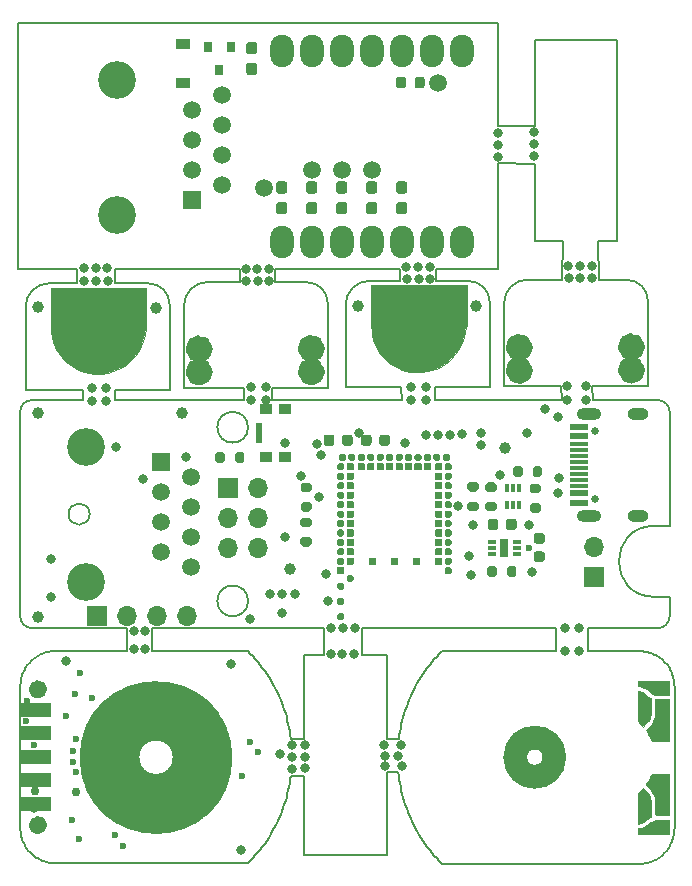
<source format=gbr>
%TF.GenerationSoftware,KiCad,Pcbnew,(5.1.10)-1*%
%TF.CreationDate,2021-10-07T11:19:02-05:00*%
%TF.ProjectId,BYTE_PANELkicad_pcb,42595445-5f50-4414-9e45-4c6b69636164,v2.2*%
%TF.SameCoordinates,Original*%
%TF.FileFunction,Soldermask,Top*%
%TF.FilePolarity,Negative*%
%FSLAX46Y46*%
G04 Gerber Fmt 4.6, Leading zero omitted, Abs format (unit mm)*
G04 Created by KiCad (PCBNEW (5.1.10)-1) date 2021-10-07 11:19:02*
%MOMM*%
%LPD*%
G01*
G04 APERTURE LIST*
%ADD10C,5.000000*%
%TA.AperFunction,Profile*%
%ADD11C,0.200000*%
%TD*%
%ADD12C,1.500000*%
%ADD13C,0.800000*%
%ADD14C,0.100000*%
%ADD15C,2.000000*%
%ADD16C,0.010000*%
%ADD17C,1.000000*%
%ADD18O,1.700000X1.700000*%
%ADD19R,1.700000X1.700000*%
%ADD20R,0.550000X1.700000*%
%ADD21R,1.000000X0.900000*%
%ADD22R,0.400000X0.700000*%
%ADD23R,1.650000X0.300000*%
%ADD24R,1.650000X0.600000*%
%ADD25C,0.650000*%
%ADD26O,1.800000X1.000000*%
%ADD27O,2.100000X1.000000*%
%ADD28R,0.650000X1.650000*%
%ADD29R,0.700000X0.300000*%
%ADD30C,1.500000*%
%ADD31R,1.500000X1.500000*%
%ADD32C,3.200000*%
%ADD33R,2.700000X1.200000*%
%ADD34O,1.998980X2.748280*%
%ADD35R,0.800000X0.900000*%
%ADD36R,1.200000X0.900000*%
%ADD37C,0.800000*%
%ADD38C,0.600000*%
%ADD39C,0.750000*%
G04 APERTURE END LIST*
D10*
X132198302Y-105472180D02*
G75*
G03*
X132198302Y-105472180I-3970202J0D01*
G01*
D11*
X168690379Y-96462228D02*
X169130379Y-96462228D01*
X148898100Y-64072180D02*
X148888100Y-65112180D01*
X151918100Y-64072180D02*
X151938100Y-65112180D01*
X145638100Y-94510004D02*
X145638100Y-96762180D01*
X142458100Y-96762180D02*
X142458100Y-94510004D01*
X145638100Y-96762180D02*
X147788100Y-96762180D01*
X162068100Y-94510004D02*
X145638100Y-94510004D01*
X147788100Y-96762180D02*
X147788100Y-103892180D01*
X140778100Y-103872180D02*
X140798100Y-96762180D01*
X157156100Y-55162180D02*
X160298100Y-55182180D01*
X160298100Y-51992180D02*
X157158100Y-51992180D01*
X160298100Y-61762180D02*
X160298100Y-55182180D01*
X157156100Y-43242180D02*
X157158100Y-51992180D01*
X162658100Y-61762180D02*
X162578100Y-65012180D01*
X165708100Y-65012180D02*
X165648100Y-61762180D01*
X167298100Y-61762180D02*
X165648100Y-61762180D01*
X168087294Y-65021970D02*
X165708100Y-65012180D01*
X154687294Y-65121970D02*
X151938100Y-65112180D01*
X157156100Y-64070180D02*
X151918100Y-64072180D01*
X162658100Y-61762180D02*
X160298100Y-61762180D01*
X160298100Y-51992180D02*
X160298100Y-44762180D01*
X160298100Y-44762180D02*
X167298100Y-44762180D01*
X167298100Y-44762180D02*
X167298100Y-61762180D01*
X147798100Y-106722180D02*
X147798100Y-113762180D01*
X140798100Y-96762180D02*
X142458100Y-96762180D01*
X140798100Y-113762180D02*
X140798100Y-107012180D01*
X147798100Y-113762180D02*
X140798100Y-113762180D01*
X138338100Y-65222180D02*
X138338100Y-64072180D01*
X135318100Y-64070180D02*
X135318100Y-65212180D01*
X135318100Y-65212180D02*
X132588100Y-65212180D01*
X148898100Y-64072180D02*
X138338100Y-64072180D01*
X124748100Y-64070180D02*
X124738100Y-65322180D01*
X121508100Y-65312180D02*
X121528100Y-64070180D01*
X135318100Y-64070180D02*
X124748100Y-64070180D01*
X127587294Y-65321970D02*
X124738100Y-65322180D01*
X162558100Y-74012180D02*
X162588100Y-75210004D01*
X165188100Y-75202180D02*
X165178100Y-74002180D01*
X165178100Y-74002180D02*
X169888100Y-74012180D01*
X165190000Y-75200004D02*
X170720000Y-75210004D01*
X151848100Y-74112180D02*
X151828100Y-75210004D01*
X149018100Y-75210004D02*
X149008100Y-74112180D01*
X151828100Y-75210004D02*
X162588100Y-75210004D01*
X151848100Y-74112180D02*
X156488100Y-74112180D01*
X138088100Y-74212180D02*
X138078100Y-75210004D01*
X135658100Y-74212180D02*
X135678100Y-75210004D01*
X138078100Y-75210004D02*
X149018100Y-75210004D01*
X130588100Y-74212180D02*
X135658100Y-74212180D01*
X122048100Y-75210004D02*
X122038100Y-74312180D01*
X124798100Y-75210004D02*
X124778100Y-74312180D01*
X124798100Y-75210004D02*
X135678100Y-75210004D01*
X124778100Y-74312180D02*
X129388100Y-74312180D01*
X169888100Y-74012180D02*
X169878310Y-66814500D01*
X157688100Y-74012180D02*
X157688100Y-67012180D01*
X157688100Y-74012180D02*
X162558100Y-74012180D01*
X157688100Y-67012180D02*
G75*
G02*
X159688100Y-65012180I2000000J0D01*
G01*
X168087294Y-65021969D02*
G75*
G02*
X169878309Y-66814499I806J-1790211D01*
G01*
X162578100Y-65012180D02*
X159688100Y-65012180D01*
X144288100Y-74112180D02*
X149008100Y-74112180D01*
X154687294Y-65121969D02*
G75*
G02*
X156478309Y-66914499I806J-1790211D01*
G01*
X156488100Y-74112180D02*
X156478310Y-66914500D01*
X148888100Y-65112180D02*
X146288100Y-65112180D01*
X144288100Y-67112180D02*
G75*
G02*
X146288100Y-65112180I2000000J0D01*
G01*
X144288100Y-74112180D02*
X144288100Y-67112180D01*
X138088100Y-74212180D02*
X142788100Y-74212180D01*
X140987294Y-65221969D02*
G75*
G02*
X142778309Y-67014499I806J-1790211D01*
G01*
X142788100Y-74212180D02*
X142778310Y-67014500D01*
X140985780Y-65221970D02*
X138338100Y-65222180D01*
X130588100Y-67212180D02*
G75*
G02*
X132588100Y-65212180I2000000J0D01*
G01*
X130588100Y-74212180D02*
X130588100Y-67212180D01*
X162068100Y-94510004D02*
X162068100Y-96462228D01*
X164768100Y-94510004D02*
X164768100Y-96462228D01*
X142458100Y-94510004D02*
X127868100Y-94510004D01*
X162068100Y-96462228D02*
X152439691Y-96462228D01*
X125768100Y-94510004D02*
X125768100Y-96442180D01*
X127868100Y-96442180D02*
X127868100Y-94510004D01*
X170720000Y-94510004D02*
X164768100Y-94510004D01*
X135996509Y-96442180D02*
X127868100Y-96442180D01*
X121508100Y-65312180D02*
X119188100Y-65312180D01*
X117188100Y-74312180D02*
X122038100Y-74312180D01*
X129388100Y-74312180D02*
X129378310Y-67114500D01*
X117188100Y-67312180D02*
G75*
G02*
X119188100Y-65312180I2000000J0D01*
G01*
X127587294Y-65321969D02*
G75*
G02*
X129378309Y-67114499I806J-1790211D01*
G01*
X117188100Y-74312180D02*
X117188100Y-67312180D01*
D12*
X141769392Y-72804360D02*
G75*
G03*
X141769392Y-72804360I-393192J0D01*
G01*
X141769392Y-70834360D02*
G75*
G03*
X141769392Y-70834360I-393192J0D01*
G01*
X132269392Y-72824360D02*
G75*
G03*
X132269392Y-72824360I-393192J0D01*
G01*
X132269392Y-70874360D02*
G75*
G03*
X132269392Y-70874360I-393192J0D01*
G01*
D11*
X149664215Y-100587209D02*
X149547799Y-100875525D01*
X149788569Y-100301830D02*
X149664215Y-100587209D01*
X151018880Y-98140002D02*
X150841610Y-98397203D01*
X148785800Y-103890832D02*
X147788100Y-103892180D01*
X147798100Y-106722180D02*
X148751404Y-106721733D01*
X149338778Y-101460413D02*
X149243528Y-101756746D01*
X150669631Y-98658399D02*
X150505589Y-98923432D01*
X148830779Y-103580469D02*
X148785800Y-103890832D01*
X151791463Y-97153663D02*
X151587734Y-97393613D01*
X148785800Y-107033576D02*
X148830779Y-107343939D01*
X149547799Y-100875525D02*
X149439320Y-101166646D01*
X150505589Y-98923432D02*
X150349485Y-99192195D01*
X149076841Y-102356449D02*
X149002758Y-102659582D01*
X149243528Y-101756746D02*
X149156216Y-102055460D01*
X151391942Y-97638088D02*
X151201443Y-97886928D01*
X168690379Y-96462228D02*
X164768100Y-96462228D01*
X169426712Y-96476886D02*
X169278545Y-96465906D01*
X151587734Y-97393613D02*
X151391942Y-97638088D01*
X152439691Y-96462228D02*
X152217441Y-96687838D01*
X149664215Y-110337199D02*
X149788569Y-110622578D01*
X149918215Y-110904914D02*
X150053152Y-111184049D01*
X149076841Y-108567959D02*
X149156216Y-108868948D01*
X149243528Y-109167662D02*
X149338778Y-109463995D01*
X149156216Y-108868948D02*
X149243528Y-109167662D01*
X149002758Y-108264826D02*
X149076841Y-108567959D01*
X150198673Y-111459851D02*
X150349485Y-111732213D01*
X149788569Y-110622578D02*
X149918215Y-110904914D01*
X170000857Y-114332508D02*
X170141086Y-114286523D01*
X148936612Y-102964707D02*
X148881050Y-103271716D01*
X169717753Y-114404025D02*
X169860628Y-114371719D01*
X170670252Y-114036598D02*
X170794606Y-113958149D01*
X149439320Y-109757762D02*
X149547799Y-110048883D01*
X149547799Y-110048883D02*
X149664215Y-110337199D01*
X170410961Y-114174552D02*
X170540606Y-114108776D01*
X169572233Y-114429319D02*
X169717753Y-114404025D01*
X149338778Y-109463995D02*
X149439320Y-109757762D01*
X170913668Y-113873536D02*
X171030085Y-113782810D01*
X169278545Y-114458502D02*
X169426712Y-114447522D01*
X148881050Y-107652692D02*
X148936612Y-107959701D01*
X150053152Y-111184049D02*
X150198673Y-111459851D01*
X172038146Y-112193460D02*
X172069896Y-112050188D01*
X148936612Y-107959701D02*
X149002758Y-108264826D01*
X149918215Y-100019494D02*
X149788569Y-100301830D01*
X170141086Y-96637885D02*
X170000857Y-96591900D01*
X152000483Y-96918369D02*
X151791463Y-97153663D01*
X148881050Y-103271716D02*
X148830779Y-103580469D01*
X150198673Y-99464557D02*
X150053152Y-99740359D01*
X169278545Y-96465906D02*
X169130379Y-96462228D01*
X152217441Y-96687838D02*
X152000483Y-96918369D01*
X172038146Y-98730948D02*
X171998459Y-98589713D01*
X150841610Y-98397203D02*
X150669631Y-98658399D01*
X171900563Y-98314150D02*
X171842355Y-98180351D01*
X151201443Y-97886928D02*
X151018880Y-98140002D01*
X150053152Y-99740359D02*
X149918215Y-100019494D01*
X148751404Y-106721733D02*
X148785800Y-107033576D01*
X149002758Y-102659582D02*
X148936612Y-102964707D01*
X149439320Y-101166646D02*
X149338778Y-101460413D01*
X150349485Y-99192195D02*
X150198673Y-99464557D01*
X170276023Y-96690563D02*
X170141086Y-96637885D01*
X148830779Y-107343939D02*
X148881050Y-107652692D01*
X149156216Y-102055460D02*
X149076841Y-102356449D01*
X172125459Y-99313454D02*
X172114875Y-99165711D01*
X170141086Y-114286523D02*
X170276023Y-114233845D01*
X152000483Y-114006039D02*
X152217441Y-114236570D01*
X151587734Y-113530795D02*
X151791463Y-113770745D01*
X151018880Y-112784406D02*
X151201443Y-113037480D01*
X171625397Y-113126591D02*
X171704772Y-113002476D01*
X171998459Y-112334695D02*
X172038146Y-112193460D01*
X171842355Y-112744057D02*
X171900563Y-112610258D01*
X150841610Y-112527205D02*
X151018880Y-112784406D01*
X150349485Y-111732213D02*
X150505589Y-112000976D01*
X169426712Y-114447522D02*
X169572233Y-114429319D01*
X170540606Y-114108776D02*
X170670252Y-114036598D01*
X150505589Y-112000976D02*
X150669631Y-112266009D01*
X172125459Y-111610954D02*
X172128104Y-111462206D01*
X161707278Y-105453754D02*
G75*
G03*
X161707278Y-105453754I-1500000J0D01*
G01*
X152217441Y-114236570D02*
X152439691Y-114462180D01*
X172096354Y-111905197D02*
X172114875Y-111758697D01*
X171030085Y-113782810D02*
X171143856Y-113686105D01*
X172069896Y-112050188D02*
X172096354Y-111905197D01*
X171540730Y-113247003D02*
X171625397Y-113126591D01*
X150669631Y-112266009D02*
X150841610Y-112527205D01*
X172114875Y-111758697D02*
X172125459Y-111610954D01*
X171776209Y-112874867D02*
X171842355Y-112744057D01*
X170276023Y-114233845D02*
X170410961Y-114174552D01*
X170670252Y-96887810D02*
X170540606Y-96815632D01*
X169572233Y-96495089D02*
X169426712Y-96476886D01*
X172128104Y-99462202D02*
X172125459Y-99313454D01*
X170410961Y-96749856D02*
X170276023Y-96690563D01*
X171450772Y-97560935D02*
X171352876Y-97448699D01*
X171704772Y-97921932D02*
X171625397Y-97797817D01*
X170913668Y-97050872D02*
X170794606Y-96966259D01*
X170000857Y-96591900D02*
X169860628Y-96552689D01*
X172114875Y-99165711D02*
X172096354Y-99019211D01*
X171625397Y-97797817D02*
X171540730Y-97677405D01*
X169717753Y-96520383D02*
X169572233Y-96495089D01*
X169130379Y-114462180D02*
X169278545Y-114458502D01*
X151391942Y-113286320D02*
X151587734Y-113530795D01*
X169860628Y-114371719D02*
X170000857Y-114332508D01*
X151791463Y-113770745D02*
X152000483Y-114006039D01*
X171900563Y-112610258D02*
X171953480Y-112473706D01*
X171450772Y-113363473D02*
X171540730Y-113247003D01*
X171143856Y-113686105D02*
X171249689Y-113583525D01*
X171953480Y-112473706D02*
X171998459Y-112334695D01*
X151201443Y-113037480D02*
X151391942Y-113286320D01*
X171352876Y-113475709D02*
X171450772Y-113363473D01*
X152439691Y-114462180D02*
X169130379Y-114462180D01*
X170794606Y-113958149D02*
X170913668Y-113873536D01*
X171704772Y-113002476D02*
X171776209Y-112874867D01*
X171249689Y-113583525D02*
X171352876Y-113475709D01*
X171842355Y-98180351D02*
X171776209Y-98049541D01*
X171143856Y-97238303D02*
X171030085Y-97141598D01*
X169860628Y-96552689D02*
X169717753Y-96520383D01*
X171776209Y-98049541D02*
X171704772Y-97921932D01*
X170794606Y-96966259D02*
X170670252Y-96887810D01*
X172069896Y-98874220D02*
X172038146Y-98730948D01*
X172128104Y-111462206D02*
X172128104Y-99462202D01*
X171352876Y-97448699D02*
X171249689Y-97340883D01*
X171249689Y-97340883D02*
X171143856Y-97238303D01*
X171030085Y-97141598D02*
X170913668Y-97050872D01*
X172096354Y-99019211D02*
X172069896Y-98874220D01*
X170540606Y-96815632D02*
X170410961Y-96749856D01*
X171998459Y-98589713D02*
X171953480Y-98450702D01*
X171540730Y-97677405D02*
X171450772Y-97560935D01*
X171953480Y-98450702D02*
X171900563Y-98314150D01*
D12*
X159369392Y-70734360D02*
G75*
G03*
X159369392Y-70734360I-393192J0D01*
G01*
X159369392Y-72684360D02*
G75*
G03*
X159369392Y-72684360I-393192J0D01*
G01*
X168869392Y-70694360D02*
G75*
G03*
X168869392Y-70694360I-393192J0D01*
G01*
X168869392Y-72664360D02*
G75*
G03*
X168869392Y-72664360I-393192J0D01*
G01*
D11*
X117720000Y-94510004D02*
G75*
G02*
X116720000Y-93510004I0J1000000D01*
G01*
X170720000Y-75210004D02*
G75*
G02*
X171720000Y-76210004I0J-1000000D01*
G01*
X170420000Y-91860004D02*
X171720000Y-91860004D01*
X125768100Y-94510004D02*
X117720000Y-94510004D01*
X116720000Y-76210004D02*
G75*
G02*
X117720000Y-75210004I1000000J0D01*
G01*
X122620000Y-84860004D02*
G75*
G03*
X122620000Y-84860004I-900000J0D01*
G01*
X136020001Y-77510004D02*
G75*
G03*
X136020001Y-77510004I-1300001J0D01*
G01*
X170420000Y-91860004D02*
G75*
G02*
X170420000Y-85860004I0J3000000D01*
G01*
X136020001Y-92210004D02*
G75*
G03*
X136020001Y-92210004I-1300001J0D01*
G01*
X171720000Y-91860004D02*
X171720000Y-93510004D01*
X171720000Y-93510004D02*
G75*
G02*
X170720000Y-94510004I-1000000J0D01*
G01*
X116720000Y-93510004D02*
X116720000Y-76210004D01*
X171720000Y-85860004D02*
X170420000Y-85860004D01*
X117720000Y-75210004D02*
X122048100Y-75210004D01*
X171720000Y-76210004D02*
X171720000Y-85860004D01*
X116748096Y-99442154D02*
X116748096Y-111442158D01*
D13*
X118628922Y-111200606D02*
G75*
G03*
X118628922Y-111200606I-400000J0D01*
G01*
X118628922Y-99700606D02*
G75*
G03*
X118628922Y-99700606I-400000J0D01*
G01*
D11*
X116806304Y-112030140D02*
X116838054Y-112173412D01*
X118081594Y-113938101D02*
X118205948Y-114016550D01*
X119015572Y-114351671D02*
X119158447Y-114383977D01*
X117099991Y-112854819D02*
X117171428Y-112982428D01*
X117732344Y-113666057D02*
X117846115Y-113762762D01*
X117033845Y-112724009D02*
X117099991Y-112854819D01*
X117962532Y-113853488D02*
X118081594Y-113938101D01*
X116761325Y-111738649D02*
X116779846Y-111885149D01*
X117250803Y-113106543D02*
X117335470Y-113226955D01*
X119158447Y-114383977D02*
X119303967Y-114409271D01*
X118205948Y-114016550D02*
X118335594Y-114088728D01*
X117171428Y-112982428D02*
X117250803Y-113106543D01*
X118875343Y-114312460D02*
X119015572Y-114351671D01*
X117425428Y-113343425D02*
X117523324Y-113455661D01*
X118465239Y-114154504D02*
X118600177Y-114213797D01*
X116748096Y-111442158D02*
X116750741Y-111590906D01*
X119303967Y-114409271D02*
X119449488Y-114427474D01*
X116922720Y-112453658D02*
X116975637Y-112590210D01*
X117335470Y-113226955D02*
X117425428Y-113343425D01*
X116877741Y-112314647D02*
X116922720Y-112453658D01*
X118335594Y-114088728D02*
X118465239Y-114154504D01*
X116779846Y-111885149D02*
X116806304Y-112030140D01*
X117846115Y-113762762D02*
X117962532Y-113853488D01*
X117626511Y-113563477D02*
X117732344Y-113666057D01*
X117523324Y-113455661D02*
X117626511Y-113563477D01*
X116750741Y-111590906D02*
X116761325Y-111738649D01*
X116975637Y-112590210D02*
X117033845Y-112724009D01*
X118735114Y-114266475D02*
X118875343Y-114312460D01*
X116838054Y-112173412D02*
X116877741Y-112314647D01*
X118600177Y-114213797D02*
X118735114Y-114266475D01*
X119597655Y-114438454D02*
X119745821Y-114442132D01*
X139555150Y-107632644D02*
X139605421Y-107323891D01*
X136218759Y-114216522D02*
X136435717Y-113985991D01*
X136435717Y-113985991D02*
X136644737Y-113750697D01*
X137234757Y-113017432D02*
X137417320Y-112764358D01*
X137594590Y-112507157D02*
X137766569Y-112245961D01*
X138086715Y-111712165D02*
X138237527Y-111439803D01*
X138237527Y-111439803D02*
X138383048Y-111164001D01*
X138517985Y-110884866D02*
X138647631Y-110602530D01*
X139279984Y-108848900D02*
X139359359Y-108547911D01*
X138996880Y-109737714D02*
X139097422Y-109443947D01*
X139433442Y-108244778D02*
X139499588Y-107939653D01*
X139605421Y-103560421D02*
X139555150Y-103251668D01*
X140778100Y-103872180D02*
X139650400Y-103870784D01*
X138383048Y-111164001D02*
X138517985Y-110884866D01*
X139097422Y-109443947D02*
X139192672Y-109147614D01*
X139650400Y-107013528D02*
X140798100Y-107012180D01*
X139359359Y-108547911D02*
X139433442Y-108244778D01*
X135996509Y-114442132D02*
X136218759Y-114216522D01*
X136644737Y-113750697D02*
X136848466Y-113510747D01*
X136848466Y-113510747D02*
X137044258Y-113266272D01*
X137417320Y-112764358D02*
X137594590Y-112507157D01*
X138647631Y-110602530D02*
X138771985Y-110317151D01*
X138771985Y-110317151D02*
X138888401Y-110028835D01*
X119449488Y-114427474D02*
X119597655Y-114438454D01*
X119745821Y-114442132D02*
X135996509Y-114442132D01*
X137044258Y-113266272D02*
X137234757Y-113017432D01*
X137930611Y-111980928D02*
X138086715Y-111712165D01*
X139192672Y-109147614D02*
X139279984Y-108848900D01*
X139650400Y-103870784D02*
X139605421Y-103560421D01*
X138888401Y-110028835D02*
X138996880Y-109737714D01*
X139605421Y-107323891D02*
X139650400Y-107013528D01*
X137766569Y-112245961D02*
X137930611Y-111980928D01*
X139499588Y-107939653D02*
X139555150Y-107632644D01*
X139279984Y-102035412D02*
X139192672Y-101736698D01*
X138647631Y-100281782D02*
X138517985Y-99999446D01*
X138237527Y-99444509D02*
X138086715Y-99172147D01*
X139555150Y-103251668D02*
X139499588Y-102944659D01*
X139499588Y-102944659D02*
X139433442Y-102639534D01*
X139433442Y-102639534D02*
X139359359Y-102336401D01*
X138996880Y-101146598D02*
X138888401Y-100855477D01*
X138771985Y-100567161D02*
X138647631Y-100281782D01*
X139192672Y-101736698D02*
X139097422Y-101440365D01*
X139359359Y-102336401D02*
X139279984Y-102035412D01*
X139097422Y-101440365D02*
X138996880Y-101146598D01*
X138888401Y-100855477D02*
X138771985Y-100567161D01*
X138383048Y-99720311D02*
X138237527Y-99444509D01*
X138517985Y-99999446D02*
X138383048Y-99720311D01*
X116838054Y-98710900D02*
X116806304Y-98854172D01*
X119597655Y-96445858D02*
X119449488Y-96456838D01*
X117962532Y-97030824D02*
X117846115Y-97121550D01*
X119303967Y-96475041D02*
X119158447Y-96500335D01*
X118465239Y-96729808D02*
X118335594Y-96795584D01*
X118205948Y-96867762D02*
X118081594Y-96946211D01*
X119158447Y-96500335D02*
X119015572Y-96532641D01*
X118875343Y-96571852D02*
X118735114Y-96617837D01*
X116806304Y-98854172D02*
X116779846Y-98999163D01*
X138086715Y-99172147D02*
X137930611Y-98903384D01*
X136218759Y-96667790D02*
X135996509Y-96442180D01*
X137930611Y-98903384D02*
X137766569Y-98638351D01*
X137766569Y-98638351D02*
X137594590Y-98377155D01*
X118600177Y-96670515D02*
X118465239Y-96729808D01*
X137594590Y-98377155D02*
X137417320Y-98119954D01*
X137417320Y-98119954D02*
X137234757Y-97866880D01*
X116750741Y-99293406D02*
X116748096Y-99442154D01*
X136848466Y-97373565D02*
X136644737Y-97133615D01*
X117335470Y-97657357D02*
X117250803Y-97777769D01*
X117250803Y-97777769D02*
X117171428Y-97901884D01*
X117099991Y-98029493D02*
X117033845Y-98160303D01*
X116761325Y-99145663D02*
X116750741Y-99293406D01*
X136435717Y-96898321D02*
X136218759Y-96667790D01*
X118735114Y-96617837D02*
X118600177Y-96670515D01*
X118335594Y-96795584D02*
X118205948Y-96867762D01*
X117846115Y-97121550D02*
X117732344Y-97218255D01*
X116779846Y-98999163D02*
X116761325Y-99145663D01*
X129728922Y-105450606D02*
G75*
G03*
X129728922Y-105450606I-1500000J0D01*
G01*
X119449488Y-96456838D02*
X119303967Y-96475041D01*
X117033845Y-98160303D02*
X116975637Y-98294102D01*
X116877741Y-98569665D02*
X116838054Y-98710900D01*
X117732344Y-97218255D02*
X117626511Y-97320835D01*
X117523324Y-97428651D02*
X117425428Y-97540887D01*
X117425428Y-97540887D02*
X117335470Y-97657357D01*
X116975637Y-98294102D02*
X116922720Y-98430654D01*
X116922720Y-98430654D02*
X116877741Y-98569665D01*
X137234757Y-97866880D02*
X137044258Y-97618040D01*
X117171428Y-97901884D02*
X117099991Y-98029493D01*
X137044258Y-97618040D02*
X136848466Y-97373565D01*
X136644737Y-97133615D02*
X136435717Y-96898321D01*
X117626511Y-97320835D02*
X117523324Y-97428651D01*
X118081594Y-96946211D02*
X117962532Y-97030824D01*
X125768100Y-96442180D02*
X119745821Y-96442180D01*
X119015572Y-96532641D02*
X118875343Y-96571852D01*
X119745821Y-96442180D02*
X119597655Y-96445858D01*
X116516100Y-43242180D02*
X157156100Y-43242180D01*
X116516100Y-64070180D02*
X116516100Y-43242180D01*
X121528100Y-64070180D02*
X116516100Y-64070180D01*
X157156100Y-55162180D02*
X157156100Y-64070180D01*
D14*
%TO.C,J1*%
G36*
X154474120Y-68916540D02*
G01*
X154474120Y-68926700D01*
X154372520Y-69564240D01*
X154227740Y-70084940D01*
X154088040Y-70488800D01*
X153806100Y-70991720D01*
X153569880Y-71319380D01*
X153130460Y-71796900D01*
X152670720Y-72162660D01*
X152147480Y-72475080D01*
X151255940Y-72767180D01*
X150653960Y-72856080D01*
X150173900Y-72848460D01*
X149658280Y-72800200D01*
X149018200Y-72622400D01*
X148434000Y-72350620D01*
X147959020Y-72038200D01*
X147580560Y-71705460D01*
X147265600Y-71362560D01*
X147031920Y-71032360D01*
X146902380Y-70839320D01*
X146653460Y-70333860D01*
X146602660Y-70123040D01*
X146516300Y-69703940D01*
X146478200Y-69256900D01*
X146438100Y-68908920D01*
X154474120Y-68916540D01*
G37*
X154474120Y-68916540D02*
X154474120Y-68926700D01*
X154372520Y-69564240D01*
X154227740Y-70084940D01*
X154088040Y-70488800D01*
X153806100Y-70991720D01*
X153569880Y-71319380D01*
X153130460Y-71796900D01*
X152670720Y-72162660D01*
X152147480Y-72475080D01*
X151255940Y-72767180D01*
X150653960Y-72856080D01*
X150173900Y-72848460D01*
X149658280Y-72800200D01*
X149018200Y-72622400D01*
X148434000Y-72350620D01*
X147959020Y-72038200D01*
X147580560Y-71705460D01*
X147265600Y-71362560D01*
X147031920Y-71032360D01*
X146902380Y-70839320D01*
X146653460Y-70333860D01*
X146602660Y-70123040D01*
X146516300Y-69703940D01*
X146478200Y-69256900D01*
X146438100Y-68908920D01*
X154474120Y-68916540D01*
G36*
X154528100Y-68922180D02*
G01*
X146438100Y-68922180D01*
X146438100Y-65492180D01*
X154528100Y-65492180D01*
X154528100Y-68922180D01*
G37*
X154528100Y-68922180D02*
X146438100Y-68922180D01*
X146438100Y-65492180D01*
X154528100Y-65492180D01*
X154528100Y-68922180D01*
G36*
X127374120Y-69056540D02*
G01*
X127374120Y-69066700D01*
X127272520Y-69704240D01*
X127127740Y-70224940D01*
X126988040Y-70628800D01*
X126706100Y-71131720D01*
X126469880Y-71459380D01*
X126030460Y-71936900D01*
X125570720Y-72302660D01*
X125047480Y-72615080D01*
X124155940Y-72907180D01*
X123553960Y-72996080D01*
X123073900Y-72988460D01*
X122558280Y-72940200D01*
X121918200Y-72762400D01*
X121334000Y-72490620D01*
X120859020Y-72178200D01*
X120480560Y-71845460D01*
X120165600Y-71502560D01*
X119931920Y-71172360D01*
X119802380Y-70979320D01*
X119553460Y-70473860D01*
X119502660Y-70263040D01*
X119416300Y-69843940D01*
X119378200Y-69396900D01*
X119348100Y-69048920D01*
X127374120Y-69056540D01*
G37*
X127374120Y-69056540D02*
X127374120Y-69066700D01*
X127272520Y-69704240D01*
X127127740Y-70224940D01*
X126988040Y-70628800D01*
X126706100Y-71131720D01*
X126469880Y-71459380D01*
X126030460Y-71936900D01*
X125570720Y-72302660D01*
X125047480Y-72615080D01*
X124155940Y-72907180D01*
X123553960Y-72996080D01*
X123073900Y-72988460D01*
X122558280Y-72940200D01*
X121918200Y-72762400D01*
X121334000Y-72490620D01*
X120859020Y-72178200D01*
X120480560Y-71845460D01*
X120165600Y-71502560D01*
X119931920Y-71172360D01*
X119802380Y-70979320D01*
X119553460Y-70473860D01*
X119502660Y-70263040D01*
X119416300Y-69843940D01*
X119378200Y-69396900D01*
X119348100Y-69048920D01*
X127374120Y-69056540D01*
G36*
X127398100Y-69052180D02*
G01*
X119298100Y-69052180D01*
X119298100Y-65682180D01*
X127398100Y-65682180D01*
X127398100Y-69052180D01*
G37*
X127398100Y-69052180D02*
X119298100Y-69052180D01*
X119298100Y-65682180D01*
X127398100Y-65682180D01*
X127398100Y-69052180D01*
D15*
X161953697Y-105442180D02*
G75*
G03*
X161953697Y-105442180I-1655597J0D01*
G01*
D16*
G36*
X169154251Y-99451210D02*
G01*
X169357870Y-99494220D01*
X169558705Y-99573870D01*
X169760185Y-99691840D01*
X169963876Y-99848220D01*
X170109092Y-99967066D01*
X170230830Y-100055228D01*
X170332281Y-100114897D01*
X170387209Y-100138843D01*
X170434176Y-100148709D01*
X170518100Y-100157249D01*
X170640246Y-100164534D01*
X170801878Y-100170635D01*
X171004263Y-100175623D01*
X171059251Y-100176666D01*
X171657209Y-100187446D01*
X171657209Y-98954347D01*
X170628669Y-98954347D01*
X170628669Y-99110182D01*
X170668712Y-99113580D01*
X170782601Y-99155703D01*
X170873581Y-99226005D01*
X170937827Y-99317145D01*
X170971516Y-99421779D01*
X170970826Y-99532567D01*
X170938022Y-99630741D01*
X170867608Y-99727322D01*
X170772354Y-99789635D01*
X170652176Y-99817736D01*
X170652134Y-99817740D01*
X170531847Y-99809173D01*
X170427348Y-99766475D01*
X170344168Y-99695582D01*
X170287836Y-99602428D01*
X170263881Y-99492951D01*
X170269791Y-99407323D01*
X170303776Y-99321784D01*
X170366772Y-99241852D01*
X170448663Y-99174976D01*
X170539334Y-99128603D01*
X170628669Y-99110182D01*
X170628669Y-98954347D01*
X169032543Y-98954347D01*
X169032543Y-99436302D01*
X169154251Y-99451210D01*
G37*
X169154251Y-99451210D02*
X169357870Y-99494220D01*
X169558705Y-99573870D01*
X169760185Y-99691840D01*
X169963876Y-99848220D01*
X170109092Y-99967066D01*
X170230830Y-100055228D01*
X170332281Y-100114897D01*
X170387209Y-100138843D01*
X170434176Y-100148709D01*
X170518100Y-100157249D01*
X170640246Y-100164534D01*
X170801878Y-100170635D01*
X171004263Y-100175623D01*
X171059251Y-100176666D01*
X171657209Y-100187446D01*
X171657209Y-98954347D01*
X170628669Y-98954347D01*
X170628669Y-99110182D01*
X170668712Y-99113580D01*
X170782601Y-99155703D01*
X170873581Y-99226005D01*
X170937827Y-99317145D01*
X170971516Y-99421779D01*
X170970826Y-99532567D01*
X170938022Y-99630741D01*
X170867608Y-99727322D01*
X170772354Y-99789635D01*
X170652176Y-99817736D01*
X170652134Y-99817740D01*
X170531847Y-99809173D01*
X170427348Y-99766475D01*
X170344168Y-99695582D01*
X170287836Y-99602428D01*
X170263881Y-99492951D01*
X170269791Y-99407323D01*
X170303776Y-99321784D01*
X170366772Y-99241852D01*
X170448663Y-99174976D01*
X170539334Y-99128603D01*
X170628669Y-99110182D01*
X170628669Y-98954347D01*
X169032543Y-98954347D01*
X169032543Y-99436302D01*
X169154251Y-99451210D01*
G36*
X169845600Y-103371890D02*
G01*
X169911616Y-103484708D01*
X169984011Y-103617197D01*
X170052481Y-103750122D01*
X170092034Y-103832001D01*
X170205656Y-104076167D01*
X171635725Y-104076167D01*
X171635725Y-100541334D01*
X170555387Y-100541334D01*
X170555387Y-103133886D01*
X170662562Y-103137823D01*
X170766241Y-103175593D01*
X170858756Y-103245952D01*
X170918367Y-103322873D01*
X170950391Y-103409754D01*
X170957805Y-103512573D01*
X170940757Y-103612934D01*
X170915542Y-103669939D01*
X170852473Y-103737319D01*
X170761410Y-103788684D01*
X170655586Y-103817635D01*
X170601757Y-103821702D01*
X170482044Y-103804610D01*
X170384277Y-103756455D01*
X170311172Y-103683890D01*
X170265443Y-103593565D01*
X170249806Y-103492131D01*
X170266976Y-103386240D01*
X170319666Y-103282541D01*
X170361237Y-103232490D01*
X170452389Y-103165027D01*
X170555387Y-103133886D01*
X170555387Y-100541334D01*
X170517692Y-100541334D01*
X170505911Y-100715959D01*
X170502142Y-100787233D01*
X170497963Y-100892387D01*
X170493642Y-101022972D01*
X170489445Y-101170538D01*
X170485639Y-101326639D01*
X170483677Y-101419751D01*
X170479779Y-101573303D01*
X170474453Y-101719987D01*
X170468100Y-101852180D01*
X170461118Y-101962262D01*
X170453909Y-102042612D01*
X170449268Y-102075405D01*
X170400359Y-102250942D01*
X170318851Y-102428361D01*
X170202756Y-102610915D01*
X170050087Y-102801858D01*
X169918681Y-102944015D01*
X169712787Y-103155945D01*
X169845600Y-103371890D01*
G37*
X169845600Y-103371890D02*
X169911616Y-103484708D01*
X169984011Y-103617197D01*
X170052481Y-103750122D01*
X170092034Y-103832001D01*
X170205656Y-104076167D01*
X171635725Y-104076167D01*
X171635725Y-100541334D01*
X170555387Y-100541334D01*
X170555387Y-103133886D01*
X170662562Y-103137823D01*
X170766241Y-103175593D01*
X170858756Y-103245952D01*
X170918367Y-103322873D01*
X170950391Y-103409754D01*
X170957805Y-103512573D01*
X170940757Y-103612934D01*
X170915542Y-103669939D01*
X170852473Y-103737319D01*
X170761410Y-103788684D01*
X170655586Y-103817635D01*
X170601757Y-103821702D01*
X170482044Y-103804610D01*
X170384277Y-103756455D01*
X170311172Y-103683890D01*
X170265443Y-103593565D01*
X170249806Y-103492131D01*
X170266976Y-103386240D01*
X170319666Y-103282541D01*
X170361237Y-103232490D01*
X170452389Y-103165027D01*
X170555387Y-103133886D01*
X170555387Y-100541334D01*
X170517692Y-100541334D01*
X170505911Y-100715959D01*
X170502142Y-100787233D01*
X170497963Y-100892387D01*
X170493642Y-101022972D01*
X170489445Y-101170538D01*
X170485639Y-101326639D01*
X170483677Y-101419751D01*
X170479779Y-101573303D01*
X170474453Y-101719987D01*
X170468100Y-101852180D01*
X170461118Y-101962262D01*
X170453909Y-102042612D01*
X170449268Y-102075405D01*
X170400359Y-102250942D01*
X170318851Y-102428361D01*
X170202756Y-102610915D01*
X170050087Y-102801858D01*
X169918681Y-102944015D01*
X169712787Y-103155945D01*
X169845600Y-103371890D01*
G36*
X169243532Y-102637725D02*
G01*
X169467098Y-102859597D01*
X169665884Y-102653845D01*
X169748100Y-102566161D01*
X169826797Y-102477655D01*
X169893274Y-102398395D01*
X169938827Y-102338453D01*
X169940263Y-102336345D01*
X169981568Y-102269652D01*
X170016709Y-102198654D01*
X170046314Y-102119201D01*
X170071012Y-102027141D01*
X170091431Y-101918320D01*
X170108199Y-101788588D01*
X170121945Y-101633793D01*
X170133297Y-101449782D01*
X170142883Y-101232403D01*
X170151332Y-100977505D01*
X170152612Y-100933260D01*
X170165869Y-100467422D01*
X170053293Y-100411421D01*
X169982915Y-100370217D01*
X169897646Y-100311383D01*
X169813555Y-100246158D01*
X169796350Y-100231675D01*
X169642764Y-100103578D01*
X169573424Y-100050296D01*
X169573424Y-101123758D01*
X169670032Y-101126012D01*
X169768224Y-101163050D01*
X169858813Y-101228718D01*
X169932613Y-101316860D01*
X169969562Y-101389146D01*
X169981595Y-101449895D01*
X169971039Y-101521853D01*
X169936151Y-101614954D01*
X169926058Y-101637074D01*
X169866610Y-101731339D01*
X169789447Y-101790581D01*
X169688084Y-101818750D01*
X169621666Y-101822430D01*
X169494448Y-101805971D01*
X169393708Y-101758196D01*
X169322003Y-101681510D01*
X169281892Y-101578319D01*
X169273967Y-101495529D01*
X169292029Y-101367140D01*
X169344199Y-101261186D01*
X169427446Y-101181427D01*
X169538745Y-101131622D01*
X169573424Y-101123758D01*
X169573424Y-100050296D01*
X169513495Y-100004245D01*
X169404258Y-99931234D01*
X169310768Y-99882100D01*
X169228739Y-99854400D01*
X169153887Y-99845688D01*
X169122225Y-99847231D01*
X169068579Y-99861414D01*
X169042025Y-99896544D01*
X169038783Y-99906847D01*
X169036077Y-99937271D01*
X169033461Y-100006091D01*
X169030988Y-100109370D01*
X169028708Y-100243170D01*
X169026674Y-100403556D01*
X169024935Y-100586590D01*
X169023544Y-100788333D01*
X169022551Y-101004851D01*
X169022076Y-101187808D01*
X169019967Y-102415853D01*
X169243532Y-102637725D01*
G37*
X169243532Y-102637725D02*
X169467098Y-102859597D01*
X169665884Y-102653845D01*
X169748100Y-102566161D01*
X169826797Y-102477655D01*
X169893274Y-102398395D01*
X169938827Y-102338453D01*
X169940263Y-102336345D01*
X169981568Y-102269652D01*
X170016709Y-102198654D01*
X170046314Y-102119201D01*
X170071012Y-102027141D01*
X170091431Y-101918320D01*
X170108199Y-101788588D01*
X170121945Y-101633793D01*
X170133297Y-101449782D01*
X170142883Y-101232403D01*
X170151332Y-100977505D01*
X170152612Y-100933260D01*
X170165869Y-100467422D01*
X170053293Y-100411421D01*
X169982915Y-100370217D01*
X169897646Y-100311383D01*
X169813555Y-100246158D01*
X169796350Y-100231675D01*
X169642764Y-100103578D01*
X169573424Y-100050296D01*
X169573424Y-101123758D01*
X169670032Y-101126012D01*
X169768224Y-101163050D01*
X169858813Y-101228718D01*
X169932613Y-101316860D01*
X169969562Y-101389146D01*
X169981595Y-101449895D01*
X169971039Y-101521853D01*
X169936151Y-101614954D01*
X169926058Y-101637074D01*
X169866610Y-101731339D01*
X169789447Y-101790581D01*
X169688084Y-101818750D01*
X169621666Y-101822430D01*
X169494448Y-101805971D01*
X169393708Y-101758196D01*
X169322003Y-101681510D01*
X169281892Y-101578319D01*
X169273967Y-101495529D01*
X169292029Y-101367140D01*
X169344199Y-101261186D01*
X169427446Y-101181427D01*
X169538745Y-101131622D01*
X169573424Y-101123758D01*
X169573424Y-100050296D01*
X169513495Y-100004245D01*
X169404258Y-99931234D01*
X169310768Y-99882100D01*
X169228739Y-99854400D01*
X169153887Y-99845688D01*
X169122225Y-99847231D01*
X169068579Y-99861414D01*
X169042025Y-99896544D01*
X169038783Y-99906847D01*
X169036077Y-99937271D01*
X169033461Y-100006091D01*
X169030988Y-100109370D01*
X169028708Y-100243170D01*
X169026674Y-100403556D01*
X169024935Y-100586590D01*
X169023544Y-100788333D01*
X169022551Y-101004851D01*
X169022076Y-101187808D01*
X169019967Y-102415853D01*
X169243532Y-102637725D01*
G36*
X169015182Y-109706635D02*
G01*
X169015679Y-109930464D01*
X169016670Y-110143645D01*
X169018100Y-110342046D01*
X169019917Y-110521533D01*
X169022064Y-110677973D01*
X169024490Y-110807232D01*
X169027140Y-110905178D01*
X169029959Y-110967676D01*
X169031904Y-110987597D01*
X169043470Y-111039900D01*
X169061634Y-111063803D01*
X169099959Y-111069315D01*
X169140643Y-111067847D01*
X169237602Y-111048808D01*
X169352233Y-111003074D01*
X169474188Y-110935687D01*
X169593124Y-110851688D01*
X169606629Y-110840791D01*
X169686584Y-110776430D01*
X169776370Y-110705939D01*
X169867994Y-110635390D01*
X169953467Y-110570856D01*
X170024797Y-110518409D01*
X170073995Y-110484123D01*
X170084893Y-110477312D01*
X170096677Y-110468344D01*
X170105959Y-110453560D01*
X170113068Y-110428206D01*
X170118335Y-110387526D01*
X170122090Y-110326764D01*
X170124663Y-110241165D01*
X170126386Y-110125973D01*
X170127587Y-109976432D01*
X170128275Y-109852895D01*
X170128448Y-109689756D01*
X170127389Y-109533592D01*
X170125239Y-109391423D01*
X170122138Y-109270271D01*
X170118228Y-109177155D01*
X170113651Y-109119099D01*
X170113477Y-109117760D01*
X170080168Y-108940421D01*
X170027568Y-108780792D01*
X169951173Y-108630330D01*
X169846480Y-108480488D01*
X169708985Y-108322723D01*
X169676668Y-108288966D01*
X169571703Y-108180762D01*
X169571703Y-109122755D01*
X169680788Y-109126310D01*
X169783199Y-109170368D01*
X169876332Y-109254027D01*
X169926646Y-109322808D01*
X169963564Y-109381707D01*
X169981365Y-109420498D01*
X169982251Y-109455646D01*
X169968425Y-109503615D01*
X169955731Y-109540311D01*
X169920597Y-109633222D01*
X169886641Y-109696459D01*
X169845706Y-109741642D01*
X169789637Y-109780389D01*
X169785462Y-109782851D01*
X169673844Y-109826135D01*
X169560945Y-109828572D01*
X169451854Y-109791166D01*
X169351662Y-109714920D01*
X169331591Y-109693343D01*
X169293684Y-109643814D01*
X169274676Y-109595392D01*
X169268537Y-109529640D01*
X169268311Y-109499902D01*
X169285166Y-109368773D01*
X169335190Y-109263715D01*
X169418815Y-109183957D01*
X169458550Y-109160605D01*
X169571703Y-109122755D01*
X169571703Y-108180762D01*
X169460957Y-108066597D01*
X169237460Y-108288469D01*
X169013963Y-108510340D01*
X169015182Y-109706635D01*
G37*
X169015182Y-109706635D02*
X169015679Y-109930464D01*
X169016670Y-110143645D01*
X169018100Y-110342046D01*
X169019917Y-110521533D01*
X169022064Y-110677973D01*
X169024490Y-110807232D01*
X169027140Y-110905178D01*
X169029959Y-110967676D01*
X169031904Y-110987597D01*
X169043470Y-111039900D01*
X169061634Y-111063803D01*
X169099959Y-111069315D01*
X169140643Y-111067847D01*
X169237602Y-111048808D01*
X169352233Y-111003074D01*
X169474188Y-110935687D01*
X169593124Y-110851688D01*
X169606629Y-110840791D01*
X169686584Y-110776430D01*
X169776370Y-110705939D01*
X169867994Y-110635390D01*
X169953467Y-110570856D01*
X170024797Y-110518409D01*
X170073995Y-110484123D01*
X170084893Y-110477312D01*
X170096677Y-110468344D01*
X170105959Y-110453560D01*
X170113068Y-110428206D01*
X170118335Y-110387526D01*
X170122090Y-110326764D01*
X170124663Y-110241165D01*
X170126386Y-110125973D01*
X170127587Y-109976432D01*
X170128275Y-109852895D01*
X170128448Y-109689756D01*
X170127389Y-109533592D01*
X170125239Y-109391423D01*
X170122138Y-109270271D01*
X170118228Y-109177155D01*
X170113651Y-109119099D01*
X170113477Y-109117760D01*
X170080168Y-108940421D01*
X170027568Y-108780792D01*
X169951173Y-108630330D01*
X169846480Y-108480488D01*
X169708985Y-108322723D01*
X169676668Y-108288966D01*
X169571703Y-108180762D01*
X169571703Y-109122755D01*
X169680788Y-109126310D01*
X169783199Y-109170368D01*
X169876332Y-109254027D01*
X169926646Y-109322808D01*
X169963564Y-109381707D01*
X169981365Y-109420498D01*
X169982251Y-109455646D01*
X169968425Y-109503615D01*
X169955731Y-109540311D01*
X169920597Y-109633222D01*
X169886641Y-109696459D01*
X169845706Y-109741642D01*
X169789637Y-109780389D01*
X169785462Y-109782851D01*
X169673844Y-109826135D01*
X169560945Y-109828572D01*
X169451854Y-109791166D01*
X169351662Y-109714920D01*
X169331591Y-109693343D01*
X169293684Y-109643814D01*
X169274676Y-109595392D01*
X169268537Y-109529640D01*
X169268311Y-109499902D01*
X169285166Y-109368773D01*
X169335190Y-109263715D01*
X169418815Y-109183957D01*
X169458550Y-109160605D01*
X169571703Y-109122755D01*
X169571703Y-108180762D01*
X169460957Y-108066597D01*
X169237460Y-108288469D01*
X169013963Y-108510340D01*
X169015182Y-109706635D01*
G36*
X169905858Y-107971332D02*
G01*
X170082514Y-108161725D01*
X170230647Y-108355217D01*
X170345649Y-108545425D01*
X170392557Y-108645019D01*
X170421322Y-108728323D01*
X170444685Y-108830511D01*
X170463012Y-108955541D01*
X170476670Y-109107373D01*
X170486024Y-109289965D01*
X170491441Y-109507276D01*
X170493248Y-109733642D01*
X170494263Y-109867664D01*
X170496603Y-109997021D01*
X170499987Y-110111679D01*
X170504134Y-110201602D01*
X170507594Y-110246934D01*
X170521192Y-110377039D01*
X171636995Y-110377039D01*
X171636995Y-106842206D01*
X170645444Y-106842206D01*
X170645444Y-107117263D01*
X170753030Y-107146721D01*
X170850164Y-107212573D01*
X170911533Y-107285048D01*
X170953940Y-107384011D01*
X170957950Y-107492962D01*
X170923814Y-107604611D01*
X170899017Y-107649212D01*
X170818100Y-107742180D01*
X170717259Y-107797885D01*
X170600870Y-107815872D01*
X170496006Y-107800571D01*
X170404024Y-107751603D01*
X170329831Y-107680942D01*
X170265943Y-107580260D01*
X170242906Y-107473809D01*
X170260708Y-107366888D01*
X170319341Y-107264796D01*
X170330667Y-107251350D01*
X170427195Y-107169167D01*
X170534477Y-107124608D01*
X170645444Y-107117263D01*
X170645444Y-106842206D01*
X170219131Y-106842206D01*
X170082672Y-107114524D01*
X170020759Y-107234880D01*
X169952367Y-107362645D01*
X169885706Y-107482762D01*
X169828984Y-107580168D01*
X169827759Y-107582192D01*
X169709304Y-107777541D01*
X169905858Y-107971332D01*
G37*
X169905858Y-107971332D02*
X170082514Y-108161725D01*
X170230647Y-108355217D01*
X170345649Y-108545425D01*
X170392557Y-108645019D01*
X170421322Y-108728323D01*
X170444685Y-108830511D01*
X170463012Y-108955541D01*
X170476670Y-109107373D01*
X170486024Y-109289965D01*
X170491441Y-109507276D01*
X170493248Y-109733642D01*
X170494263Y-109867664D01*
X170496603Y-109997021D01*
X170499987Y-110111679D01*
X170504134Y-110201602D01*
X170507594Y-110246934D01*
X170521192Y-110377039D01*
X171636995Y-110377039D01*
X171636995Y-106842206D01*
X170645444Y-106842206D01*
X170645444Y-107117263D01*
X170753030Y-107146721D01*
X170850164Y-107212573D01*
X170911533Y-107285048D01*
X170953940Y-107384011D01*
X170957950Y-107492962D01*
X170923814Y-107604611D01*
X170899017Y-107649212D01*
X170818100Y-107742180D01*
X170717259Y-107797885D01*
X170600870Y-107815872D01*
X170496006Y-107800571D01*
X170404024Y-107751603D01*
X170329831Y-107680942D01*
X170265943Y-107580260D01*
X170242906Y-107473809D01*
X170260708Y-107366888D01*
X170319341Y-107264796D01*
X170330667Y-107251350D01*
X170427195Y-107169167D01*
X170534477Y-107124608D01*
X170645444Y-107117263D01*
X170645444Y-106842206D01*
X170219131Y-106842206D01*
X170082672Y-107114524D01*
X170020759Y-107234880D01*
X169952367Y-107362645D01*
X169885706Y-107482762D01*
X169828984Y-107580168D01*
X169827759Y-107582192D01*
X169709304Y-107777541D01*
X169905858Y-107971332D01*
G36*
X171640808Y-111969479D02*
G01*
X171640808Y-110741812D01*
X171138100Y-110742180D01*
X170925963Y-110743659D01*
X170749831Y-110748880D01*
X170616654Y-110758563D01*
X170616654Y-111122812D01*
X170713296Y-111141947D01*
X170807659Y-111193536D01*
X170887639Y-111268856D01*
X170939753Y-111355646D01*
X170958406Y-111438344D01*
X170959681Y-111533817D01*
X170944159Y-111620913D01*
X170931607Y-111652207D01*
X170884144Y-111709845D01*
X170808876Y-111765219D01*
X170719829Y-111809581D01*
X170642850Y-111832268D01*
X170564340Y-111833831D01*
X170477160Y-111807184D01*
X170469764Y-111803965D01*
X170371418Y-111741204D01*
X170304638Y-111658976D01*
X170267920Y-111564246D01*
X170259763Y-111463979D01*
X170278665Y-111365141D01*
X170323123Y-111274698D01*
X170391636Y-111199615D01*
X170482701Y-111146856D01*
X170594816Y-111123388D01*
X170616654Y-111122812D01*
X170616654Y-110758563D01*
X170603426Y-110759525D01*
X170480470Y-110777278D01*
X170374683Y-110803822D01*
X170279789Y-110840839D01*
X170189508Y-110890014D01*
X170097562Y-110953029D01*
X169997674Y-111031568D01*
X169968384Y-111055774D01*
X169804816Y-111184202D01*
X169657543Y-111281742D01*
X169518584Y-111352187D01*
X169379958Y-111399331D01*
X169233685Y-111426967D01*
X169174576Y-111433131D01*
X169016142Y-111446524D01*
X169016142Y-111969479D01*
X171640808Y-111969479D01*
G37*
X171640808Y-111969479D02*
X171640808Y-110741812D01*
X171138100Y-110742180D01*
X170925963Y-110743659D01*
X170749831Y-110748880D01*
X170616654Y-110758563D01*
X170616654Y-111122812D01*
X170713296Y-111141947D01*
X170807659Y-111193536D01*
X170887639Y-111268856D01*
X170939753Y-111355646D01*
X170958406Y-111438344D01*
X170959681Y-111533817D01*
X170944159Y-111620913D01*
X170931607Y-111652207D01*
X170884144Y-111709845D01*
X170808876Y-111765219D01*
X170719829Y-111809581D01*
X170642850Y-111832268D01*
X170564340Y-111833831D01*
X170477160Y-111807184D01*
X170469764Y-111803965D01*
X170371418Y-111741204D01*
X170304638Y-111658976D01*
X170267920Y-111564246D01*
X170259763Y-111463979D01*
X170278665Y-111365141D01*
X170323123Y-111274698D01*
X170391636Y-111199615D01*
X170482701Y-111146856D01*
X170594816Y-111123388D01*
X170616654Y-111122812D01*
X170616654Y-110758563D01*
X170603426Y-110759525D01*
X170480470Y-110777278D01*
X170374683Y-110803822D01*
X170279789Y-110840839D01*
X170189508Y-110890014D01*
X170097562Y-110953029D01*
X169997674Y-111031568D01*
X169968384Y-111055774D01*
X169804816Y-111184202D01*
X169657543Y-111281742D01*
X169518584Y-111352187D01*
X169379958Y-111399331D01*
X169233685Y-111426967D01*
X169174576Y-111433131D01*
X169016142Y-111446524D01*
X169016142Y-111969479D01*
X171640808Y-111969479D01*
%TD*%
D17*
%TO.C,J1*%
X145298100Y-67212180D03*
X155358100Y-67242180D03*
%TD*%
%TO.C,J1*%
X128258100Y-67382180D03*
X118198100Y-67352180D03*
%TD*%
%TO.C,J1*%
X170658100Y-99492180D03*
X169658100Y-101542180D03*
X170658100Y-103482180D03*
X170658100Y-107532180D03*
X169658100Y-109502180D03*
X170658100Y-111452180D03*
%TD*%
%TO.C,REF\u002A\u002A*%
X139570000Y-89510000D03*
%TD*%
%TO.C,REF\u002A\u002A*%
X157740000Y-79290000D03*
%TD*%
%TO.C,REF\u002A\u002A*%
X118240000Y-93540000D03*
%TD*%
%TO.C,REF\u002A\u002A*%
X130465000Y-76290000D03*
%TD*%
%TO.C,REF\u002A\u002A*%
X118240000Y-76290000D03*
%TD*%
D18*
%TO.C,J4*%
X130860000Y-93500000D03*
X128320000Y-93500000D03*
X125780000Y-93500000D03*
D19*
X123240000Y-93500000D03*
%TD*%
D18*
%TO.C,J3*%
X136880000Y-87740000D03*
X134340000Y-87740000D03*
X136880000Y-85200000D03*
X134340000Y-85200000D03*
X136880000Y-82660000D03*
D19*
X134340000Y-82660000D03*
%TD*%
D20*
%TO.C,SW3*%
X136940000Y-77990000D03*
D21*
X137565000Y-80040000D03*
X139165000Y-80040000D03*
X137565000Y-75940000D03*
X139165000Y-75940000D03*
%TD*%
%TO.C,R13*%
G36*
G01*
X134065000Y-79790000D02*
X134065000Y-80340000D01*
G75*
G02*
X133865000Y-80540000I-200000J0D01*
G01*
X133465000Y-80540000D01*
G75*
G02*
X133265000Y-80340000I0J200000D01*
G01*
X133265000Y-79790000D01*
G75*
G02*
X133465000Y-79590000I200000J0D01*
G01*
X133865000Y-79590000D01*
G75*
G02*
X134065000Y-79790000I0J-200000D01*
G01*
G37*
G36*
G01*
X135715000Y-79790000D02*
X135715000Y-80340000D01*
G75*
G02*
X135515000Y-80540000I-200000J0D01*
G01*
X135115000Y-80540000D01*
G75*
G02*
X134915000Y-80340000I0J200000D01*
G01*
X134915000Y-79790000D01*
G75*
G02*
X135115000Y-79590000I200000J0D01*
G01*
X135515000Y-79590000D01*
G75*
G02*
X135715000Y-79790000I0J-200000D01*
G01*
G37*
%TD*%
%TO.C,C4*%
G36*
G01*
X147130000Y-78860000D02*
X147130000Y-78360000D01*
G75*
G02*
X147355000Y-78135000I225000J0D01*
G01*
X147805000Y-78135000D01*
G75*
G02*
X148030000Y-78360000I0J-225000D01*
G01*
X148030000Y-78860000D01*
G75*
G02*
X147805000Y-79085000I-225000J0D01*
G01*
X147355000Y-79085000D01*
G75*
G02*
X147130000Y-78860000I0J225000D01*
G01*
G37*
G36*
G01*
X145580000Y-78860000D02*
X145580000Y-78360000D01*
G75*
G02*
X145805000Y-78135000I225000J0D01*
G01*
X146255000Y-78135000D01*
G75*
G02*
X146480000Y-78360000I0J-225000D01*
G01*
X146480000Y-78860000D01*
G75*
G02*
X146255000Y-79085000I-225000J0D01*
G01*
X145805000Y-79085000D01*
G75*
G02*
X145580000Y-78860000I0J225000D01*
G01*
G37*
%TD*%
%TO.C,C3*%
G36*
G01*
X143330000Y-78360000D02*
X143330000Y-78860000D01*
G75*
G02*
X143105000Y-79085000I-225000J0D01*
G01*
X142655000Y-79085000D01*
G75*
G02*
X142430000Y-78860000I0J225000D01*
G01*
X142430000Y-78360000D01*
G75*
G02*
X142655000Y-78135000I225000J0D01*
G01*
X143105000Y-78135000D01*
G75*
G02*
X143330000Y-78360000I0J-225000D01*
G01*
G37*
G36*
G01*
X144880000Y-78360000D02*
X144880000Y-78860000D01*
G75*
G02*
X144655000Y-79085000I-225000J0D01*
G01*
X144205000Y-79085000D01*
G75*
G02*
X143980000Y-78860000I0J225000D01*
G01*
X143980000Y-78360000D01*
G75*
G02*
X144205000Y-78135000I225000J0D01*
G01*
X144655000Y-78135000D01*
G75*
G02*
X144880000Y-78360000I0J-225000D01*
G01*
G37*
%TD*%
%TO.C,R10*%
G36*
G01*
X155345000Y-82955000D02*
X154795000Y-82955000D01*
G75*
G02*
X154595000Y-82755000I0J200000D01*
G01*
X154595000Y-82355000D01*
G75*
G02*
X154795000Y-82155000I200000J0D01*
G01*
X155345000Y-82155000D01*
G75*
G02*
X155545000Y-82355000I0J-200000D01*
G01*
X155545000Y-82755000D01*
G75*
G02*
X155345000Y-82955000I-200000J0D01*
G01*
G37*
G36*
G01*
X155345000Y-84605000D02*
X154795000Y-84605000D01*
G75*
G02*
X154595000Y-84405000I0J200000D01*
G01*
X154595000Y-84005000D01*
G75*
G02*
X154795000Y-83805000I200000J0D01*
G01*
X155345000Y-83805000D01*
G75*
G02*
X155545000Y-84005000I0J-200000D01*
G01*
X155545000Y-84405000D01*
G75*
G02*
X155345000Y-84605000I-200000J0D01*
G01*
G37*
%TD*%
%TO.C,R9*%
G36*
G01*
X156315000Y-83825000D02*
X156865000Y-83825000D01*
G75*
G02*
X157065000Y-84025000I0J-200000D01*
G01*
X157065000Y-84425000D01*
G75*
G02*
X156865000Y-84625000I-200000J0D01*
G01*
X156315000Y-84625000D01*
G75*
G02*
X156115000Y-84425000I0J200000D01*
G01*
X156115000Y-84025000D01*
G75*
G02*
X156315000Y-83825000I200000J0D01*
G01*
G37*
G36*
G01*
X156315000Y-82175000D02*
X156865000Y-82175000D01*
G75*
G02*
X157065000Y-82375000I0J-200000D01*
G01*
X157065000Y-82775000D01*
G75*
G02*
X156865000Y-82975000I-200000J0D01*
G01*
X156315000Y-82975000D01*
G75*
G02*
X156115000Y-82775000I0J200000D01*
G01*
X156115000Y-82375000D01*
G75*
G02*
X156315000Y-82175000I200000J0D01*
G01*
G37*
%TD*%
%TO.C,R8*%
G36*
G01*
X160065000Y-83945000D02*
X160615000Y-83945000D01*
G75*
G02*
X160815000Y-84145000I0J-200000D01*
G01*
X160815000Y-84545000D01*
G75*
G02*
X160615000Y-84745000I-200000J0D01*
G01*
X160065000Y-84745000D01*
G75*
G02*
X159865000Y-84545000I0J200000D01*
G01*
X159865000Y-84145000D01*
G75*
G02*
X160065000Y-83945000I200000J0D01*
G01*
G37*
G36*
G01*
X160065000Y-82295000D02*
X160615000Y-82295000D01*
G75*
G02*
X160815000Y-82495000I0J-200000D01*
G01*
X160815000Y-82895000D01*
G75*
G02*
X160615000Y-83095000I-200000J0D01*
G01*
X160065000Y-83095000D01*
G75*
G02*
X159865000Y-82895000I0J200000D01*
G01*
X159865000Y-82495000D01*
G75*
G02*
X160065000Y-82295000I200000J0D01*
G01*
G37*
%TD*%
%TO.C,R7*%
G36*
G01*
X159270000Y-80985000D02*
X159270000Y-81535000D01*
G75*
G02*
X159070000Y-81735000I-200000J0D01*
G01*
X158670000Y-81735000D01*
G75*
G02*
X158470000Y-81535000I0J200000D01*
G01*
X158470000Y-80985000D01*
G75*
G02*
X158670000Y-80785000I200000J0D01*
G01*
X159070000Y-80785000D01*
G75*
G02*
X159270000Y-80985000I0J-200000D01*
G01*
G37*
G36*
G01*
X160920000Y-80985000D02*
X160920000Y-81535000D01*
G75*
G02*
X160720000Y-81735000I-200000J0D01*
G01*
X160320000Y-81735000D01*
G75*
G02*
X160120000Y-81535000I0J200000D01*
G01*
X160120000Y-80985000D01*
G75*
G02*
X160320000Y-80785000I200000J0D01*
G01*
X160720000Y-80785000D01*
G75*
G02*
X160920000Y-80985000I0J-200000D01*
G01*
G37*
%TD*%
D22*
%TO.C,Q1*%
X158470000Y-84110000D03*
X157970000Y-84110000D03*
X158470000Y-82610000D03*
X158970000Y-84110000D03*
X157970000Y-82610000D03*
X158970000Y-82610000D03*
%TD*%
D18*
%TO.C,J2*%
X165320000Y-87610000D03*
D19*
X165320000Y-90150000D03*
%TD*%
D23*
%TO.C,P1*%
X164035000Y-78940000D03*
X164035000Y-79440000D03*
X164035000Y-79940000D03*
X164035000Y-80440000D03*
X164035000Y-80940000D03*
X164035000Y-81440000D03*
X164035000Y-81940000D03*
X164035000Y-82440000D03*
D24*
X164035000Y-78290000D03*
X164035000Y-83090000D03*
X164035000Y-77490000D03*
X164035000Y-83890000D03*
D25*
X165360000Y-77800000D03*
X165360000Y-83580000D03*
D26*
X169010000Y-76370000D03*
X169010000Y-85010000D03*
D27*
X164860000Y-76370000D03*
X164860000Y-85010000D03*
%TD*%
%TO.C,U2*%
G36*
G01*
X143559200Y-89910003D02*
X143559200Y-89410001D01*
G75*
G02*
X143609999Y-89359202I50799J0D01*
G01*
X144110001Y-89359202D01*
G75*
G02*
X144160800Y-89410001I0J-50799D01*
G01*
X144160800Y-89910003D01*
G75*
G02*
X144110001Y-89960802I-50799J0D01*
G01*
X143609999Y-89960802D01*
G75*
G02*
X143559200Y-89910003I0J50799D01*
G01*
G37*
G36*
G01*
X143559200Y-89010402D02*
X143559200Y-88709602D01*
G75*
G02*
X143709600Y-88559202I150400J0D01*
G01*
X144010400Y-88559202D01*
G75*
G02*
X144160800Y-88709602I0J-150400D01*
G01*
X144160800Y-89010402D01*
G75*
G02*
X144010400Y-89160802I-150400J0D01*
G01*
X143709600Y-89160802D01*
G75*
G02*
X143559200Y-89010402I0J150400D01*
G01*
G37*
G36*
G01*
X144409999Y-88559202D02*
X144910001Y-88559202D01*
G75*
G02*
X144960800Y-88610001I0J-50799D01*
G01*
X144960800Y-89110003D01*
G75*
G02*
X144910001Y-89160802I-50799J0D01*
G01*
X144409999Y-89160802D01*
G75*
G02*
X144359200Y-89110003I0J50799D01*
G01*
X144359200Y-88610001D01*
G75*
G02*
X144409999Y-88559202I50799J0D01*
G01*
G37*
G36*
G01*
X143559200Y-88210402D02*
X143559200Y-87909602D01*
G75*
G02*
X143709600Y-87759202I150400J0D01*
G01*
X144010400Y-87759202D01*
G75*
G02*
X144160800Y-87909602I0J-150400D01*
G01*
X144160800Y-88210402D01*
G75*
G02*
X144010400Y-88360802I-150400J0D01*
G01*
X143709600Y-88360802D01*
G75*
G02*
X143559200Y-88210402I0J150400D01*
G01*
G37*
G36*
G01*
X144409999Y-87759202D02*
X144910001Y-87759202D01*
G75*
G02*
X144960800Y-87810001I0J-50799D01*
G01*
X144960800Y-88310003D01*
G75*
G02*
X144910001Y-88360802I-50799J0D01*
G01*
X144409999Y-88360802D01*
G75*
G02*
X144359200Y-88310003I0J50799D01*
G01*
X144359200Y-87810001D01*
G75*
G02*
X144409999Y-87759202I50799J0D01*
G01*
G37*
G36*
G01*
X143559200Y-87410402D02*
X143559200Y-87109602D01*
G75*
G02*
X143709600Y-86959202I150400J0D01*
G01*
X144010400Y-86959202D01*
G75*
G02*
X144160800Y-87109602I0J-150400D01*
G01*
X144160800Y-87410402D01*
G75*
G02*
X144010400Y-87560802I-150400J0D01*
G01*
X143709600Y-87560802D01*
G75*
G02*
X143559200Y-87410402I0J150400D01*
G01*
G37*
G36*
G01*
X144410003Y-86959202D02*
X144910005Y-86959202D01*
G75*
G02*
X144960804Y-87010001I0J-50799D01*
G01*
X144960804Y-87510003D01*
G75*
G02*
X144910005Y-87560802I-50799J0D01*
G01*
X144410003Y-87560802D01*
G75*
G02*
X144359204Y-87510003I0J50799D01*
G01*
X144359204Y-87010001D01*
G75*
G02*
X144410003Y-86959202I50799J0D01*
G01*
G37*
G36*
G01*
X143559203Y-86610404D02*
X143559203Y-86309604D01*
G75*
G02*
X143709603Y-86159204I150400J0D01*
G01*
X144010403Y-86159204D01*
G75*
G02*
X144160803Y-86309604I0J-150400D01*
G01*
X144160803Y-86610404D01*
G75*
G02*
X144010403Y-86760804I-150400J0D01*
G01*
X143709603Y-86760804D01*
G75*
G02*
X143559203Y-86610404I0J150400D01*
G01*
G37*
G36*
G01*
X144410003Y-86159204D02*
X144910005Y-86159204D01*
G75*
G02*
X144960804Y-86210003I0J-50799D01*
G01*
X144960804Y-86710005D01*
G75*
G02*
X144910005Y-86760804I-50799J0D01*
G01*
X144410003Y-86760804D01*
G75*
G02*
X144359204Y-86710005I0J50799D01*
G01*
X144359204Y-86210003D01*
G75*
G02*
X144410003Y-86159204I50799J0D01*
G01*
G37*
G36*
G01*
X143559200Y-85810402D02*
X143559200Y-85509602D01*
G75*
G02*
X143709600Y-85359202I150400J0D01*
G01*
X144010400Y-85359202D01*
G75*
G02*
X144160800Y-85509602I0J-150400D01*
G01*
X144160800Y-85810402D01*
G75*
G02*
X144010400Y-85960802I-150400J0D01*
G01*
X143709600Y-85960802D01*
G75*
G02*
X143559200Y-85810402I0J150400D01*
G01*
G37*
G36*
G01*
X144409997Y-85359202D02*
X144909999Y-85359202D01*
G75*
G02*
X144960798Y-85410001I0J-50799D01*
G01*
X144960798Y-85910003D01*
G75*
G02*
X144909999Y-85960802I-50799J0D01*
G01*
X144409997Y-85960802D01*
G75*
G02*
X144359198Y-85910003I0J50799D01*
G01*
X144359198Y-85410001D01*
G75*
G02*
X144409997Y-85359202I50799J0D01*
G01*
G37*
G36*
G01*
X143559200Y-85010402D02*
X143559200Y-84709602D01*
G75*
G02*
X143709600Y-84559202I150400J0D01*
G01*
X144010400Y-84559202D01*
G75*
G02*
X144160800Y-84709602I0J-150400D01*
G01*
X144160800Y-85010402D01*
G75*
G02*
X144010400Y-85160802I-150400J0D01*
G01*
X143709600Y-85160802D01*
G75*
G02*
X143559200Y-85010402I0J150400D01*
G01*
G37*
G36*
G01*
X144409999Y-84559199D02*
X144910001Y-84559199D01*
G75*
G02*
X144960800Y-84609998I0J-50799D01*
G01*
X144960800Y-85110000D01*
G75*
G02*
X144910001Y-85160799I-50799J0D01*
G01*
X144409999Y-85160799D01*
G75*
G02*
X144359200Y-85110000I0J50799D01*
G01*
X144359200Y-84609998D01*
G75*
G02*
X144409999Y-84559199I50799J0D01*
G01*
G37*
G36*
G01*
X143559200Y-84210402D02*
X143559200Y-83909602D01*
G75*
G02*
X143709600Y-83759202I150400J0D01*
G01*
X144010400Y-83759202D01*
G75*
G02*
X144160800Y-83909602I0J-150400D01*
G01*
X144160800Y-84210402D01*
G75*
G02*
X144010400Y-84360802I-150400J0D01*
G01*
X143709600Y-84360802D01*
G75*
G02*
X143559200Y-84210402I0J150400D01*
G01*
G37*
G36*
G01*
X144409999Y-83759202D02*
X144910001Y-83759202D01*
G75*
G02*
X144960800Y-83810001I0J-50799D01*
G01*
X144960800Y-84310003D01*
G75*
G02*
X144910001Y-84360802I-50799J0D01*
G01*
X144409999Y-84360802D01*
G75*
G02*
X144359200Y-84310003I0J50799D01*
G01*
X144359200Y-83810001D01*
G75*
G02*
X144409999Y-83759202I50799J0D01*
G01*
G37*
G36*
G01*
X143559200Y-83410402D02*
X143559200Y-83109602D01*
G75*
G02*
X143709600Y-82959202I150400J0D01*
G01*
X144010400Y-82959202D01*
G75*
G02*
X144160800Y-83109602I0J-150400D01*
G01*
X144160800Y-83410402D01*
G75*
G02*
X144010400Y-83560802I-150400J0D01*
G01*
X143709600Y-83560802D01*
G75*
G02*
X143559200Y-83410402I0J150400D01*
G01*
G37*
G36*
G01*
X144409999Y-82959202D02*
X144910001Y-82959202D01*
G75*
G02*
X144960800Y-83010001I0J-50799D01*
G01*
X144960800Y-83510003D01*
G75*
G02*
X144910001Y-83560802I-50799J0D01*
G01*
X144409999Y-83560802D01*
G75*
G02*
X144359200Y-83510003I0J50799D01*
G01*
X144359200Y-83010001D01*
G75*
G02*
X144409999Y-82959202I50799J0D01*
G01*
G37*
G36*
G01*
X143559200Y-82610402D02*
X143559200Y-82309602D01*
G75*
G02*
X143709600Y-82159202I150400J0D01*
G01*
X144010400Y-82159202D01*
G75*
G02*
X144160800Y-82309602I0J-150400D01*
G01*
X144160800Y-82610402D01*
G75*
G02*
X144010400Y-82760802I-150400J0D01*
G01*
X143709600Y-82760802D01*
G75*
G02*
X143559200Y-82610402I0J150400D01*
G01*
G37*
G36*
G01*
X144409999Y-82159202D02*
X144910001Y-82159202D01*
G75*
G02*
X144960800Y-82210001I0J-50799D01*
G01*
X144960800Y-82710003D01*
G75*
G02*
X144910001Y-82760802I-50799J0D01*
G01*
X144409999Y-82760802D01*
G75*
G02*
X144359200Y-82710003I0J50799D01*
G01*
X144359200Y-82210001D01*
G75*
G02*
X144409999Y-82159202I50799J0D01*
G01*
G37*
G36*
G01*
X143559200Y-81810402D02*
X143559200Y-81509602D01*
G75*
G02*
X143709600Y-81359202I150400J0D01*
G01*
X144010400Y-81359202D01*
G75*
G02*
X144160800Y-81509602I0J-150400D01*
G01*
X144160800Y-81810402D01*
G75*
G02*
X144010400Y-81960802I-150400J0D01*
G01*
X143709600Y-81960802D01*
G75*
G02*
X143559200Y-81810402I0J150400D01*
G01*
G37*
G36*
G01*
X144409997Y-81359202D02*
X144909999Y-81359202D01*
G75*
G02*
X144960798Y-81410001I0J-50799D01*
G01*
X144960798Y-81910003D01*
G75*
G02*
X144909999Y-81960802I-50799J0D01*
G01*
X144409997Y-81960802D01*
G75*
G02*
X144359198Y-81910003I0J50799D01*
G01*
X144359198Y-81410001D01*
G75*
G02*
X144409997Y-81359202I50799J0D01*
G01*
G37*
G36*
G01*
X143559200Y-81010402D02*
X143559200Y-80709602D01*
G75*
G02*
X143709600Y-80559202I150400J0D01*
G01*
X144010400Y-80559202D01*
G75*
G02*
X144160800Y-80709602I0J-150400D01*
G01*
X144160800Y-81010402D01*
G75*
G02*
X144010400Y-81160802I-150400J0D01*
G01*
X143709600Y-81160802D01*
G75*
G02*
X143559200Y-81010402I0J150400D01*
G01*
G37*
G36*
G01*
X144409997Y-80559202D02*
X144909999Y-80559202D01*
G75*
G02*
X144960798Y-80610001I0J-50799D01*
G01*
X144960798Y-81110003D01*
G75*
G02*
X144909999Y-81160802I-50799J0D01*
G01*
X144409997Y-81160802D01*
G75*
G02*
X144359198Y-81110003I0J50799D01*
G01*
X144359198Y-80610001D01*
G75*
G02*
X144409997Y-80559202I50799J0D01*
G01*
G37*
G36*
G01*
X143859597Y-79759202D02*
X144160397Y-79759202D01*
G75*
G02*
X144310797Y-79909602I0J-150400D01*
G01*
X144310797Y-80210402D01*
G75*
G02*
X144160397Y-80360802I-150400J0D01*
G01*
X143859597Y-80360802D01*
G75*
G02*
X143709197Y-80210402I0J150400D01*
G01*
X143709197Y-79909602D01*
G75*
G02*
X143859597Y-79759202I150400J0D01*
G01*
G37*
G36*
G01*
X144659603Y-79759202D02*
X144960403Y-79759202D01*
G75*
G02*
X145110803Y-79909602I0J-150400D01*
G01*
X145110803Y-80210402D01*
G75*
G02*
X144960403Y-80360802I-150400J0D01*
G01*
X144659603Y-80360802D01*
G75*
G02*
X144509203Y-80210402I0J150400D01*
G01*
X144509203Y-79909602D01*
G75*
G02*
X144659603Y-79759202I150400J0D01*
G01*
G37*
G36*
G01*
X145459602Y-79759202D02*
X145760402Y-79759202D01*
G75*
G02*
X145910802Y-79909602I0J-150400D01*
G01*
X145910802Y-80210402D01*
G75*
G02*
X145760402Y-80360802I-150400J0D01*
G01*
X145459602Y-80360802D01*
G75*
G02*
X145309202Y-80210402I0J150400D01*
G01*
X145309202Y-79909602D01*
G75*
G02*
X145459602Y-79759202I150400J0D01*
G01*
G37*
G36*
G01*
X145360001Y-80559202D02*
X145860003Y-80559202D01*
G75*
G02*
X145910802Y-80610001I0J-50799D01*
G01*
X145910802Y-81110003D01*
G75*
G02*
X145860003Y-81160802I-50799J0D01*
G01*
X145360001Y-81160802D01*
G75*
G02*
X145309202Y-81110003I0J50799D01*
G01*
X145309202Y-80610001D01*
G75*
G02*
X145360001Y-80559202I50799J0D01*
G01*
G37*
G36*
G01*
X146259603Y-79759199D02*
X146560403Y-79759199D01*
G75*
G02*
X146710803Y-79909599I0J-150400D01*
G01*
X146710803Y-80210399D01*
G75*
G02*
X146560403Y-80360799I-150400J0D01*
G01*
X146259603Y-80360799D01*
G75*
G02*
X146109203Y-80210399I0J150400D01*
G01*
X146109203Y-79909599D01*
G75*
G02*
X146259603Y-79759199I150400J0D01*
G01*
G37*
G36*
G01*
X146159999Y-80559202D02*
X146660001Y-80559202D01*
G75*
G02*
X146710800Y-80610001I0J-50799D01*
G01*
X146710800Y-81110003D01*
G75*
G02*
X146660001Y-81160802I-50799J0D01*
G01*
X146159999Y-81160802D01*
G75*
G02*
X146109200Y-81110003I0J50799D01*
G01*
X146109200Y-80610001D01*
G75*
G02*
X146159999Y-80559202I50799J0D01*
G01*
G37*
G36*
G01*
X147059598Y-79759199D02*
X147360398Y-79759199D01*
G75*
G02*
X147510798Y-79909599I0J-150400D01*
G01*
X147510798Y-80210399D01*
G75*
G02*
X147360398Y-80360799I-150400J0D01*
G01*
X147059598Y-80360799D01*
G75*
G02*
X146909198Y-80210399I0J150400D01*
G01*
X146909198Y-79909599D01*
G75*
G02*
X147059598Y-79759199I150400J0D01*
G01*
G37*
G36*
G01*
X146959999Y-80559202D02*
X147460001Y-80559202D01*
G75*
G02*
X147510800Y-80610001I0J-50799D01*
G01*
X147510800Y-81110003D01*
G75*
G02*
X147460001Y-81160802I-50799J0D01*
G01*
X146959999Y-81160802D01*
G75*
G02*
X146909200Y-81110003I0J50799D01*
G01*
X146909200Y-80610001D01*
G75*
G02*
X146959999Y-80559202I50799J0D01*
G01*
G37*
G36*
G01*
X147859602Y-79759202D02*
X148160402Y-79759202D01*
G75*
G02*
X148310802Y-79909602I0J-150400D01*
G01*
X148310802Y-80210402D01*
G75*
G02*
X148160402Y-80360802I-150400J0D01*
G01*
X147859602Y-80360802D01*
G75*
G02*
X147709202Y-80210402I0J150400D01*
G01*
X147709202Y-79909602D01*
G75*
G02*
X147859602Y-79759202I150400J0D01*
G01*
G37*
G36*
G01*
X147760001Y-80559202D02*
X148260003Y-80559202D01*
G75*
G02*
X148310802Y-80610001I0J-50799D01*
G01*
X148310802Y-81110003D01*
G75*
G02*
X148260003Y-81160802I-50799J0D01*
G01*
X147760001Y-81160802D01*
G75*
G02*
X147709202Y-81110003I0J50799D01*
G01*
X147709202Y-80610001D01*
G75*
G02*
X147760001Y-80559202I50799J0D01*
G01*
G37*
G36*
G01*
X148659603Y-79759202D02*
X148960403Y-79759202D01*
G75*
G02*
X149110803Y-79909602I0J-150400D01*
G01*
X149110803Y-80210402D01*
G75*
G02*
X148960403Y-80360802I-150400J0D01*
G01*
X148659603Y-80360802D01*
G75*
G02*
X148509203Y-80210402I0J150400D01*
G01*
X148509203Y-79909602D01*
G75*
G02*
X148659603Y-79759202I150400J0D01*
G01*
G37*
G36*
G01*
X148559997Y-80559202D02*
X149059999Y-80559202D01*
G75*
G02*
X149110798Y-80610001I0J-50799D01*
G01*
X149110798Y-81110003D01*
G75*
G02*
X149059999Y-81160802I-50799J0D01*
G01*
X148559997Y-81160802D01*
G75*
G02*
X148509198Y-81110003I0J50799D01*
G01*
X148509198Y-80610001D01*
G75*
G02*
X148559997Y-80559202I50799J0D01*
G01*
G37*
G36*
G01*
X149459600Y-79759202D02*
X149760400Y-79759202D01*
G75*
G02*
X149910800Y-79909602I0J-150400D01*
G01*
X149910800Y-80210402D01*
G75*
G02*
X149760400Y-80360802I-150400J0D01*
G01*
X149459600Y-80360802D01*
G75*
G02*
X149309200Y-80210402I0J150400D01*
G01*
X149309200Y-79909602D01*
G75*
G02*
X149459600Y-79759202I150400J0D01*
G01*
G37*
G36*
G01*
X149360003Y-80559202D02*
X149860005Y-80559202D01*
G75*
G02*
X149910804Y-80610001I0J-50799D01*
G01*
X149910804Y-81110003D01*
G75*
G02*
X149860005Y-81160802I-50799J0D01*
G01*
X149360003Y-81160802D01*
G75*
G02*
X149309204Y-81110003I0J50799D01*
G01*
X149309204Y-80610001D01*
G75*
G02*
X149360003Y-80559202I50799J0D01*
G01*
G37*
G36*
G01*
X150259605Y-79759202D02*
X150560405Y-79759202D01*
G75*
G02*
X150710805Y-79909602I0J-150400D01*
G01*
X150710805Y-80210402D01*
G75*
G02*
X150560405Y-80360802I-150400J0D01*
G01*
X150259605Y-80360802D01*
G75*
G02*
X150109205Y-80210402I0J150400D01*
G01*
X150109205Y-79909602D01*
G75*
G02*
X150259605Y-79759202I150400J0D01*
G01*
G37*
G36*
G01*
X150160004Y-80559202D02*
X150660006Y-80559202D01*
G75*
G02*
X150710805Y-80610001I0J-50799D01*
G01*
X150710805Y-81110003D01*
G75*
G02*
X150660006Y-81160802I-50799J0D01*
G01*
X150160004Y-81160802D01*
G75*
G02*
X150109205Y-81110003I0J50799D01*
G01*
X150109205Y-80610001D01*
G75*
G02*
X150160004Y-80559202I50799J0D01*
G01*
G37*
G36*
G01*
X151059600Y-79759202D02*
X151360400Y-79759202D01*
G75*
G02*
X151510800Y-79909602I0J-150400D01*
G01*
X151510800Y-80210402D01*
G75*
G02*
X151360400Y-80360802I-150400J0D01*
G01*
X151059600Y-80360802D01*
G75*
G02*
X150909200Y-80210402I0J150400D01*
G01*
X150909200Y-79909602D01*
G75*
G02*
X151059600Y-79759202I150400J0D01*
G01*
G37*
G36*
G01*
X150959999Y-80559202D02*
X151460001Y-80559202D01*
G75*
G02*
X151510800Y-80610001I0J-50799D01*
G01*
X151510800Y-81110003D01*
G75*
G02*
X151460001Y-81160802I-50799J0D01*
G01*
X150959999Y-81160802D01*
G75*
G02*
X150909200Y-81110003I0J50799D01*
G01*
X150909200Y-80610001D01*
G75*
G02*
X150959999Y-80559202I50799J0D01*
G01*
G37*
G36*
G01*
X151859604Y-79759199D02*
X152160404Y-79759199D01*
G75*
G02*
X152310804Y-79909599I0J-150400D01*
G01*
X152310804Y-80210399D01*
G75*
G02*
X152160404Y-80360799I-150400J0D01*
G01*
X151859604Y-80360799D01*
G75*
G02*
X151709204Y-80210399I0J150400D01*
G01*
X151709204Y-79909599D01*
G75*
G02*
X151859604Y-79759199I150400J0D01*
G01*
G37*
G36*
G01*
X152659600Y-79759202D02*
X152960400Y-79759202D01*
G75*
G02*
X153110800Y-79909602I0J-150400D01*
G01*
X153110800Y-80210402D01*
G75*
G02*
X152960400Y-80360802I-150400J0D01*
G01*
X152659600Y-80360802D01*
G75*
G02*
X152509200Y-80210402I0J150400D01*
G01*
X152509200Y-79909602D01*
G75*
G02*
X152659600Y-79759202I150400J0D01*
G01*
G37*
G36*
G01*
X152659202Y-81010402D02*
X152659202Y-80709602D01*
G75*
G02*
X152809602Y-80559202I150400J0D01*
G01*
X153110402Y-80559202D01*
G75*
G02*
X153260802Y-80709602I0J-150400D01*
G01*
X153260802Y-81010402D01*
G75*
G02*
X153110402Y-81160802I-150400J0D01*
G01*
X152809602Y-81160802D01*
G75*
G02*
X152659202Y-81010402I0J150400D01*
G01*
G37*
G36*
G01*
X151909999Y-80559202D02*
X152410001Y-80559202D01*
G75*
G02*
X152460800Y-80610001I0J-50799D01*
G01*
X152460800Y-81110003D01*
G75*
G02*
X152410001Y-81160802I-50799J0D01*
G01*
X151909999Y-81160802D01*
G75*
G02*
X151859200Y-81110003I0J50799D01*
G01*
X151859200Y-80610001D01*
G75*
G02*
X151909999Y-80559202I50799J0D01*
G01*
G37*
G36*
G01*
X152659202Y-81810402D02*
X152659202Y-81509602D01*
G75*
G02*
X152809602Y-81359202I150400J0D01*
G01*
X153110402Y-81359202D01*
G75*
G02*
X153260802Y-81509602I0J-150400D01*
G01*
X153260802Y-81810402D01*
G75*
G02*
X153110402Y-81960802I-150400J0D01*
G01*
X152809602Y-81960802D01*
G75*
G02*
X152659202Y-81810402I0J150400D01*
G01*
G37*
G36*
G01*
X151909999Y-81359202D02*
X152410001Y-81359202D01*
G75*
G02*
X152460800Y-81410001I0J-50799D01*
G01*
X152460800Y-81910003D01*
G75*
G02*
X152410001Y-81960802I-50799J0D01*
G01*
X151909999Y-81960802D01*
G75*
G02*
X151859200Y-81910003I0J50799D01*
G01*
X151859200Y-81410001D01*
G75*
G02*
X151909999Y-81359202I50799J0D01*
G01*
G37*
G36*
G01*
X152659202Y-82610402D02*
X152659202Y-82309602D01*
G75*
G02*
X152809602Y-82159202I150400J0D01*
G01*
X153110402Y-82159202D01*
G75*
G02*
X153260802Y-82309602I0J-150400D01*
G01*
X153260802Y-82610402D01*
G75*
G02*
X153110402Y-82760802I-150400J0D01*
G01*
X152809602Y-82760802D01*
G75*
G02*
X152659202Y-82610402I0J150400D01*
G01*
G37*
G36*
G01*
X151909999Y-82159202D02*
X152410001Y-82159202D01*
G75*
G02*
X152460800Y-82210001I0J-50799D01*
G01*
X152460800Y-82710003D01*
G75*
G02*
X152410001Y-82760802I-50799J0D01*
G01*
X151909999Y-82760802D01*
G75*
G02*
X151859200Y-82710003I0J50799D01*
G01*
X151859200Y-82210001D01*
G75*
G02*
X151909999Y-82159202I50799J0D01*
G01*
G37*
G36*
G01*
X152659202Y-83410402D02*
X152659202Y-83109602D01*
G75*
G02*
X152809602Y-82959202I150400J0D01*
G01*
X153110402Y-82959202D01*
G75*
G02*
X153260802Y-83109602I0J-150400D01*
G01*
X153260802Y-83410402D01*
G75*
G02*
X153110402Y-83560802I-150400J0D01*
G01*
X152809602Y-83560802D01*
G75*
G02*
X152659202Y-83410402I0J150400D01*
G01*
G37*
G36*
G01*
X151909999Y-82959202D02*
X152410001Y-82959202D01*
G75*
G02*
X152460800Y-83010001I0J-50799D01*
G01*
X152460800Y-83510003D01*
G75*
G02*
X152410001Y-83560802I-50799J0D01*
G01*
X151909999Y-83560802D01*
G75*
G02*
X151859200Y-83510003I0J50799D01*
G01*
X151859200Y-83010001D01*
G75*
G02*
X151909999Y-82959202I50799J0D01*
G01*
G37*
G36*
G01*
X152659202Y-84210402D02*
X152659202Y-83909602D01*
G75*
G02*
X152809602Y-83759202I150400J0D01*
G01*
X153110402Y-83759202D01*
G75*
G02*
X153260802Y-83909602I0J-150400D01*
G01*
X153260802Y-84210402D01*
G75*
G02*
X153110402Y-84360802I-150400J0D01*
G01*
X152809602Y-84360802D01*
G75*
G02*
X152659202Y-84210402I0J150400D01*
G01*
G37*
G36*
G01*
X151909999Y-83759202D02*
X152410001Y-83759202D01*
G75*
G02*
X152460800Y-83810001I0J-50799D01*
G01*
X152460800Y-84310003D01*
G75*
G02*
X152410001Y-84360802I-50799J0D01*
G01*
X151909999Y-84360802D01*
G75*
G02*
X151859200Y-84310003I0J50799D01*
G01*
X151859200Y-83810001D01*
G75*
G02*
X151909999Y-83759202I50799J0D01*
G01*
G37*
G36*
G01*
X152659202Y-85010402D02*
X152659202Y-84709602D01*
G75*
G02*
X152809602Y-84559202I150400J0D01*
G01*
X153110402Y-84559202D01*
G75*
G02*
X153260802Y-84709602I0J-150400D01*
G01*
X153260802Y-85010402D01*
G75*
G02*
X153110402Y-85160802I-150400J0D01*
G01*
X152809602Y-85160802D01*
G75*
G02*
X152659202Y-85010402I0J150400D01*
G01*
G37*
G36*
G01*
X151909999Y-84559202D02*
X152410001Y-84559202D01*
G75*
G02*
X152460800Y-84610001I0J-50799D01*
G01*
X152460800Y-85110003D01*
G75*
G02*
X152410001Y-85160802I-50799J0D01*
G01*
X151909999Y-85160802D01*
G75*
G02*
X151859200Y-85110003I0J50799D01*
G01*
X151859200Y-84610001D01*
G75*
G02*
X151909999Y-84559202I50799J0D01*
G01*
G37*
G36*
G01*
X152659202Y-85810402D02*
X152659202Y-85509602D01*
G75*
G02*
X152809602Y-85359202I150400J0D01*
G01*
X153110402Y-85359202D01*
G75*
G02*
X153260802Y-85509602I0J-150400D01*
G01*
X153260802Y-85810402D01*
G75*
G02*
X153110402Y-85960802I-150400J0D01*
G01*
X152809602Y-85960802D01*
G75*
G02*
X152659202Y-85810402I0J150400D01*
G01*
G37*
G36*
G01*
X151909999Y-85359202D02*
X152410001Y-85359202D01*
G75*
G02*
X152460800Y-85410001I0J-50799D01*
G01*
X152460800Y-85910003D01*
G75*
G02*
X152410001Y-85960802I-50799J0D01*
G01*
X151909999Y-85960802D01*
G75*
G02*
X151859200Y-85910003I0J50799D01*
G01*
X151859200Y-85410001D01*
G75*
G02*
X151909999Y-85359202I50799J0D01*
G01*
G37*
G36*
G01*
X152659202Y-86610402D02*
X152659202Y-86309602D01*
G75*
G02*
X152809602Y-86159202I150400J0D01*
G01*
X153110402Y-86159202D01*
G75*
G02*
X153260802Y-86309602I0J-150400D01*
G01*
X153260802Y-86610402D01*
G75*
G02*
X153110402Y-86760802I-150400J0D01*
G01*
X152809602Y-86760802D01*
G75*
G02*
X152659202Y-86610402I0J150400D01*
G01*
G37*
G36*
G01*
X151909999Y-86159202D02*
X152410001Y-86159202D01*
G75*
G02*
X152460800Y-86210001I0J-50799D01*
G01*
X152460800Y-86710003D01*
G75*
G02*
X152410001Y-86760802I-50799J0D01*
G01*
X151909999Y-86760802D01*
G75*
G02*
X151859200Y-86710003I0J50799D01*
G01*
X151859200Y-86210001D01*
G75*
G02*
X151909999Y-86159202I50799J0D01*
G01*
G37*
G36*
G01*
X152659202Y-87410402D02*
X152659202Y-87109602D01*
G75*
G02*
X152809602Y-86959202I150400J0D01*
G01*
X153110402Y-86959202D01*
G75*
G02*
X153260802Y-87109602I0J-150400D01*
G01*
X153260802Y-87410402D01*
G75*
G02*
X153110402Y-87560802I-150400J0D01*
G01*
X152809602Y-87560802D01*
G75*
G02*
X152659202Y-87410402I0J150400D01*
G01*
G37*
G36*
G01*
X151909999Y-86959202D02*
X152410001Y-86959202D01*
G75*
G02*
X152460800Y-87010001I0J-50799D01*
G01*
X152460800Y-87510003D01*
G75*
G02*
X152410001Y-87560802I-50799J0D01*
G01*
X151909999Y-87560802D01*
G75*
G02*
X151859200Y-87510003I0J50799D01*
G01*
X151859200Y-87010001D01*
G75*
G02*
X151909999Y-86959202I50799J0D01*
G01*
G37*
G36*
G01*
X152659202Y-88210402D02*
X152659202Y-87909602D01*
G75*
G02*
X152809602Y-87759202I150400J0D01*
G01*
X153110402Y-87759202D01*
G75*
G02*
X153260802Y-87909602I0J-150400D01*
G01*
X153260802Y-88210402D01*
G75*
G02*
X153110402Y-88360802I-150400J0D01*
G01*
X152809602Y-88360802D01*
G75*
G02*
X152659202Y-88210402I0J150400D01*
G01*
G37*
G36*
G01*
X151909999Y-87759202D02*
X152410001Y-87759202D01*
G75*
G02*
X152460800Y-87810001I0J-50799D01*
G01*
X152460800Y-88310003D01*
G75*
G02*
X152410001Y-88360802I-50799J0D01*
G01*
X151909999Y-88360802D01*
G75*
G02*
X151859200Y-88310003I0J50799D01*
G01*
X151859200Y-87810001D01*
G75*
G02*
X151909999Y-87759202I50799J0D01*
G01*
G37*
G36*
G01*
X152659202Y-89010402D02*
X152659202Y-88709602D01*
G75*
G02*
X152809602Y-88559202I150400J0D01*
G01*
X153110402Y-88559202D01*
G75*
G02*
X153260802Y-88709602I0J-150400D01*
G01*
X153260802Y-89010402D01*
G75*
G02*
X153110402Y-89160802I-150400J0D01*
G01*
X152809602Y-89160802D01*
G75*
G02*
X152659202Y-89010402I0J150400D01*
G01*
G37*
G36*
G01*
X151909999Y-88559204D02*
X152410001Y-88559204D01*
G75*
G02*
X152460800Y-88610003I0J-50799D01*
G01*
X152460800Y-89110005D01*
G75*
G02*
X152410001Y-89160804I-50799J0D01*
G01*
X151909999Y-89160804D01*
G75*
G02*
X151859200Y-89110005I0J50799D01*
G01*
X151859200Y-88610003D01*
G75*
G02*
X151909999Y-88559204I50799J0D01*
G01*
G37*
G36*
G01*
X152659202Y-89810402D02*
X152659202Y-89509602D01*
G75*
G02*
X152809602Y-89359202I150400J0D01*
G01*
X153110402Y-89359202D01*
G75*
G02*
X153260802Y-89509602I0J-150400D01*
G01*
X153260802Y-89810402D01*
G75*
G02*
X153110402Y-89960802I-150400J0D01*
G01*
X152809602Y-89960802D01*
G75*
G02*
X152659202Y-89810402I0J150400D01*
G01*
G37*
G36*
G01*
X143559200Y-91110402D02*
X143559200Y-90809602D01*
G75*
G02*
X143709600Y-90659202I150400J0D01*
G01*
X144010400Y-90659202D01*
G75*
G02*
X144160800Y-90809602I0J-150400D01*
G01*
X144160800Y-91110402D01*
G75*
G02*
X144010400Y-91260802I-150400J0D01*
G01*
X143709600Y-91260802D01*
G75*
G02*
X143559200Y-91110402I0J150400D01*
G01*
G37*
G36*
G01*
X143559200Y-92410402D02*
X143559200Y-92109602D01*
G75*
G02*
X143709600Y-91959202I150400J0D01*
G01*
X144010400Y-91959202D01*
G75*
G02*
X144160800Y-92109602I0J-150400D01*
G01*
X144160800Y-92410402D01*
G75*
G02*
X144010400Y-92560802I-150400J0D01*
G01*
X143709600Y-92560802D01*
G75*
G02*
X143559200Y-92410402I0J150400D01*
G01*
G37*
G36*
G01*
X143559200Y-93710402D02*
X143559200Y-93409602D01*
G75*
G02*
X143709600Y-93259202I150400J0D01*
G01*
X144010400Y-93259202D01*
G75*
G02*
X144160800Y-93409602I0J-150400D01*
G01*
X144160800Y-93710402D01*
G75*
G02*
X144010400Y-93860802I-150400J0D01*
G01*
X143709600Y-93860802D01*
G75*
G02*
X143559200Y-93710402I0J150400D01*
G01*
G37*
G36*
G01*
X150034999Y-88559202D02*
X150535001Y-88559202D01*
G75*
G02*
X150585800Y-88610001I0J-50799D01*
G01*
X150585800Y-89110003D01*
G75*
G02*
X150535001Y-89160802I-50799J0D01*
G01*
X150034999Y-89160802D01*
G75*
G02*
X149984200Y-89110003I0J50799D01*
G01*
X149984200Y-88610001D01*
G75*
G02*
X150034999Y-88559202I50799J0D01*
G01*
G37*
G36*
G01*
X148159999Y-88559202D02*
X148660001Y-88559202D01*
G75*
G02*
X148710800Y-88610001I0J-50799D01*
G01*
X148710800Y-89110003D01*
G75*
G02*
X148660001Y-89160802I-50799J0D01*
G01*
X148159999Y-89160802D01*
G75*
G02*
X148109200Y-89110003I0J50799D01*
G01*
X148109200Y-88610001D01*
G75*
G02*
X148159999Y-88559202I50799J0D01*
G01*
G37*
G36*
G01*
X146284999Y-88559202D02*
X146785001Y-88559202D01*
G75*
G02*
X146835800Y-88610001I0J-50799D01*
G01*
X146835800Y-89110003D01*
G75*
G02*
X146785001Y-89160802I-50799J0D01*
G01*
X146284999Y-89160802D01*
G75*
G02*
X146234200Y-89110003I0J50799D01*
G01*
X146234200Y-88610001D01*
G75*
G02*
X146284999Y-88559202I50799J0D01*
G01*
G37*
G36*
G01*
X144359200Y-90460411D02*
X144359200Y-90159611D01*
G75*
G02*
X144509600Y-90009211I150400J0D01*
G01*
X144810400Y-90009211D01*
G75*
G02*
X144960800Y-90159611I0J-150400D01*
G01*
X144960800Y-90460411D01*
G75*
G02*
X144810400Y-90610811I-150400J0D01*
G01*
X144509600Y-90610811D01*
G75*
G02*
X144359200Y-90460411I0J150400D01*
G01*
G37*
%TD*%
D28*
%TO.C,U1*%
X157710000Y-87710000D03*
D29*
X156660000Y-88210000D03*
X156660000Y-87710000D03*
X156660000Y-87210000D03*
X158760000Y-87210000D03*
X158760000Y-87710000D03*
X158760000Y-88210000D03*
%TD*%
%TO.C,R5*%
G36*
G01*
X141215000Y-83000000D02*
X140665000Y-83000000D01*
G75*
G02*
X140465000Y-82800000I0J200000D01*
G01*
X140465000Y-82400000D01*
G75*
G02*
X140665000Y-82200000I200000J0D01*
G01*
X141215000Y-82200000D01*
G75*
G02*
X141415000Y-82400000I0J-200000D01*
G01*
X141415000Y-82800000D01*
G75*
G02*
X141215000Y-83000000I-200000J0D01*
G01*
G37*
G36*
G01*
X141215000Y-84650000D02*
X140665000Y-84650000D01*
G75*
G02*
X140465000Y-84450000I0J200000D01*
G01*
X140465000Y-84050000D01*
G75*
G02*
X140665000Y-83850000I200000J0D01*
G01*
X141215000Y-83850000D01*
G75*
G02*
X141415000Y-84050000I0J-200000D01*
G01*
X141415000Y-84450000D01*
G75*
G02*
X141215000Y-84650000I-200000J0D01*
G01*
G37*
%TD*%
%TO.C,R3*%
G36*
G01*
X140655000Y-86810000D02*
X141205000Y-86810000D01*
G75*
G02*
X141405000Y-87010000I0J-200000D01*
G01*
X141405000Y-87410000D01*
G75*
G02*
X141205000Y-87610000I-200000J0D01*
G01*
X140655000Y-87610000D01*
G75*
G02*
X140455000Y-87410000I0J200000D01*
G01*
X140455000Y-87010000D01*
G75*
G02*
X140655000Y-86810000I200000J0D01*
G01*
G37*
G36*
G01*
X140655000Y-85160000D02*
X141205000Y-85160000D01*
G75*
G02*
X141405000Y-85360000I0J-200000D01*
G01*
X141405000Y-85760000D01*
G75*
G02*
X141205000Y-85960000I-200000J0D01*
G01*
X140655000Y-85960000D01*
G75*
G02*
X140455000Y-85760000I0J200000D01*
G01*
X140455000Y-85360000D01*
G75*
G02*
X140655000Y-85160000I200000J0D01*
G01*
G37*
%TD*%
%TO.C,R2*%
G36*
G01*
X157085000Y-89445000D02*
X157085000Y-89995000D01*
G75*
G02*
X156885000Y-90195000I-200000J0D01*
G01*
X156485000Y-90195000D01*
G75*
G02*
X156285000Y-89995000I0J200000D01*
G01*
X156285000Y-89445000D01*
G75*
G02*
X156485000Y-89245000I200000J0D01*
G01*
X156885000Y-89245000D01*
G75*
G02*
X157085000Y-89445000I0J-200000D01*
G01*
G37*
G36*
G01*
X158735000Y-89445000D02*
X158735000Y-89995000D01*
G75*
G02*
X158535000Y-90195000I-200000J0D01*
G01*
X158135000Y-90195000D01*
G75*
G02*
X157935000Y-89995000I0J200000D01*
G01*
X157935000Y-89445000D01*
G75*
G02*
X158135000Y-89245000I200000J0D01*
G01*
X158535000Y-89245000D01*
G75*
G02*
X158735000Y-89445000I0J-200000D01*
G01*
G37*
%TD*%
%TO.C,C2*%
G36*
G01*
X160420000Y-88015000D02*
X160920000Y-88015000D01*
G75*
G02*
X161145000Y-88240000I0J-225000D01*
G01*
X161145000Y-88690000D01*
G75*
G02*
X160920000Y-88915000I-225000J0D01*
G01*
X160420000Y-88915000D01*
G75*
G02*
X160195000Y-88690000I0J225000D01*
G01*
X160195000Y-88240000D01*
G75*
G02*
X160420000Y-88015000I225000J0D01*
G01*
G37*
G36*
G01*
X160420000Y-86465000D02*
X160920000Y-86465000D01*
G75*
G02*
X161145000Y-86690000I0J-225000D01*
G01*
X161145000Y-87140000D01*
G75*
G02*
X160920000Y-87365000I-225000J0D01*
G01*
X160420000Y-87365000D01*
G75*
G02*
X160195000Y-87140000I0J225000D01*
G01*
X160195000Y-86690000D01*
G75*
G02*
X160420000Y-86465000I225000J0D01*
G01*
G37*
%TD*%
%TO.C,C1*%
G36*
G01*
X157860000Y-85980000D02*
X157860000Y-85480000D01*
G75*
G02*
X158085000Y-85255000I225000J0D01*
G01*
X158535000Y-85255000D01*
G75*
G02*
X158760000Y-85480000I0J-225000D01*
G01*
X158760000Y-85980000D01*
G75*
G02*
X158535000Y-86205000I-225000J0D01*
G01*
X158085000Y-86205000D01*
G75*
G02*
X157860000Y-85980000I0J225000D01*
G01*
G37*
G36*
G01*
X156310000Y-85980000D02*
X156310000Y-85480000D01*
G75*
G02*
X156535000Y-85255000I225000J0D01*
G01*
X156985000Y-85255000D01*
G75*
G02*
X157210000Y-85480000I0J-225000D01*
G01*
X157210000Y-85980000D01*
G75*
G02*
X156985000Y-86205000I-225000J0D01*
G01*
X156535000Y-86205000D01*
G75*
G02*
X156310000Y-85980000I0J225000D01*
G01*
G37*
%TD*%
D30*
%TO.C,J1*%
X131230000Y-89305004D03*
X128690000Y-88035004D03*
X131230000Y-86765004D03*
X128690000Y-85495004D03*
X131230000Y-84225004D03*
X128690000Y-82955004D03*
X131230000Y-81685004D03*
D31*
X128690000Y-80415004D03*
D32*
X122340000Y-79145004D03*
X122340000Y-90575004D03*
%TD*%
D33*
%TO.C,J1*%
X117958100Y-109412180D03*
X117958100Y-107412180D03*
X117958100Y-105412180D03*
X117958100Y-103412180D03*
X117958100Y-101412180D03*
%TD*%
D34*
%TO.C,U1*%
X154108100Y-61784180D03*
X151568100Y-61784180D03*
X149028100Y-61784180D03*
X146488100Y-61784180D03*
X143948100Y-61784180D03*
X141408100Y-61784180D03*
X138868100Y-61784180D03*
X138868100Y-45619620D03*
X141408100Y-45619620D03*
X143948100Y-45619620D03*
X146488100Y-45619620D03*
X149028100Y-45619620D03*
X151568100Y-45619620D03*
X154108100Y-45619620D03*
%TD*%
%TO.C,C1*%
G36*
G01*
X150114600Y-48578430D02*
X150114600Y-48065930D01*
G75*
G02*
X150333350Y-47847180I218750J0D01*
G01*
X150770850Y-47847180D01*
G75*
G02*
X150989600Y-48065930I0J-218750D01*
G01*
X150989600Y-48578430D01*
G75*
G02*
X150770850Y-48797180I-218750J0D01*
G01*
X150333350Y-48797180D01*
G75*
G02*
X150114600Y-48578430I0J218750D01*
G01*
G37*
G36*
G01*
X148539600Y-48578430D02*
X148539600Y-48065930D01*
G75*
G02*
X148758350Y-47847180I218750J0D01*
G01*
X149195850Y-47847180D01*
G75*
G02*
X149414600Y-48065930I0J-218750D01*
G01*
X149414600Y-48578430D01*
G75*
G02*
X149195850Y-48797180I-218750J0D01*
G01*
X148758350Y-48797180D01*
G75*
G02*
X148539600Y-48578430I0J218750D01*
G01*
G37*
%TD*%
D35*
%TO.C,Q1*%
X133600100Y-47274180D03*
X132650100Y-45274180D03*
X134550100Y-45274180D03*
%TD*%
D36*
%TO.C,D1*%
X130486100Y-45022180D03*
X130486100Y-48322180D03*
%TD*%
%TO.C,R6*%
G36*
G01*
X136565600Y-45940180D02*
X136090600Y-45940180D01*
G75*
G02*
X135853100Y-45702680I0J237500D01*
G01*
X135853100Y-45127680D01*
G75*
G02*
X136090600Y-44890180I237500J0D01*
G01*
X136565600Y-44890180D01*
G75*
G02*
X136803100Y-45127680I0J-237500D01*
G01*
X136803100Y-45702680D01*
G75*
G02*
X136565600Y-45940180I-237500J0D01*
G01*
G37*
G36*
G01*
X136565600Y-47690180D02*
X136090600Y-47690180D01*
G75*
G02*
X135853100Y-47452680I0J237500D01*
G01*
X135853100Y-46877680D01*
G75*
G02*
X136090600Y-46640180I237500J0D01*
G01*
X136565600Y-46640180D01*
G75*
G02*
X136803100Y-46877680I0J-237500D01*
G01*
X136803100Y-47452680D01*
G75*
G02*
X136565600Y-47690180I-237500J0D01*
G01*
G37*
%TD*%
%TO.C,R5*%
G36*
G01*
X139105600Y-57737180D02*
X138630600Y-57737180D01*
G75*
G02*
X138393100Y-57499680I0J237500D01*
G01*
X138393100Y-56924680D01*
G75*
G02*
X138630600Y-56687180I237500J0D01*
G01*
X139105600Y-56687180D01*
G75*
G02*
X139343100Y-56924680I0J-237500D01*
G01*
X139343100Y-57499680D01*
G75*
G02*
X139105600Y-57737180I-237500J0D01*
G01*
G37*
G36*
G01*
X139105600Y-59487180D02*
X138630600Y-59487180D01*
G75*
G02*
X138393100Y-59249680I0J237500D01*
G01*
X138393100Y-58674680D01*
G75*
G02*
X138630600Y-58437180I237500J0D01*
G01*
X139105600Y-58437180D01*
G75*
G02*
X139343100Y-58674680I0J-237500D01*
G01*
X139343100Y-59249680D01*
G75*
G02*
X139105600Y-59487180I-237500J0D01*
G01*
G37*
%TD*%
%TO.C,R4*%
G36*
G01*
X149265600Y-57737180D02*
X148790600Y-57737180D01*
G75*
G02*
X148553100Y-57499680I0J237500D01*
G01*
X148553100Y-56924680D01*
G75*
G02*
X148790600Y-56687180I237500J0D01*
G01*
X149265600Y-56687180D01*
G75*
G02*
X149503100Y-56924680I0J-237500D01*
G01*
X149503100Y-57499680D01*
G75*
G02*
X149265600Y-57737180I-237500J0D01*
G01*
G37*
G36*
G01*
X149265600Y-59487180D02*
X148790600Y-59487180D01*
G75*
G02*
X148553100Y-59249680I0J237500D01*
G01*
X148553100Y-58674680D01*
G75*
G02*
X148790600Y-58437180I237500J0D01*
G01*
X149265600Y-58437180D01*
G75*
G02*
X149503100Y-58674680I0J-237500D01*
G01*
X149503100Y-59249680D01*
G75*
G02*
X149265600Y-59487180I-237500J0D01*
G01*
G37*
%TD*%
%TO.C,R3*%
G36*
G01*
X146725600Y-57737180D02*
X146250600Y-57737180D01*
G75*
G02*
X146013100Y-57499680I0J237500D01*
G01*
X146013100Y-56924680D01*
G75*
G02*
X146250600Y-56687180I237500J0D01*
G01*
X146725600Y-56687180D01*
G75*
G02*
X146963100Y-56924680I0J-237500D01*
G01*
X146963100Y-57499680D01*
G75*
G02*
X146725600Y-57737180I-237500J0D01*
G01*
G37*
G36*
G01*
X146725600Y-59487180D02*
X146250600Y-59487180D01*
G75*
G02*
X146013100Y-59249680I0J237500D01*
G01*
X146013100Y-58674680D01*
G75*
G02*
X146250600Y-58437180I237500J0D01*
G01*
X146725600Y-58437180D01*
G75*
G02*
X146963100Y-58674680I0J-237500D01*
G01*
X146963100Y-59249680D01*
G75*
G02*
X146725600Y-59487180I-237500J0D01*
G01*
G37*
%TD*%
%TO.C,R2*%
G36*
G01*
X144185600Y-57737180D02*
X143710600Y-57737180D01*
G75*
G02*
X143473100Y-57499680I0J237500D01*
G01*
X143473100Y-56924680D01*
G75*
G02*
X143710600Y-56687180I237500J0D01*
G01*
X144185600Y-56687180D01*
G75*
G02*
X144423100Y-56924680I0J-237500D01*
G01*
X144423100Y-57499680D01*
G75*
G02*
X144185600Y-57737180I-237500J0D01*
G01*
G37*
G36*
G01*
X144185600Y-59487180D02*
X143710600Y-59487180D01*
G75*
G02*
X143473100Y-59249680I0J237500D01*
G01*
X143473100Y-58674680D01*
G75*
G02*
X143710600Y-58437180I237500J0D01*
G01*
X144185600Y-58437180D01*
G75*
G02*
X144423100Y-58674680I0J-237500D01*
G01*
X144423100Y-59249680D01*
G75*
G02*
X144185600Y-59487180I-237500J0D01*
G01*
G37*
%TD*%
%TO.C,R1*%
G36*
G01*
X141645600Y-57737180D02*
X141170600Y-57737180D01*
G75*
G02*
X140933100Y-57499680I0J237500D01*
G01*
X140933100Y-56924680D01*
G75*
G02*
X141170600Y-56687180I237500J0D01*
G01*
X141645600Y-56687180D01*
G75*
G02*
X141883100Y-56924680I0J-237500D01*
G01*
X141883100Y-57499680D01*
G75*
G02*
X141645600Y-57737180I-237500J0D01*
G01*
G37*
G36*
G01*
X141645600Y-59487180D02*
X141170600Y-59487180D01*
G75*
G02*
X140933100Y-59249680I0J237500D01*
G01*
X140933100Y-58674680D01*
G75*
G02*
X141170600Y-58437180I237500J0D01*
G01*
X141645600Y-58437180D01*
G75*
G02*
X141883100Y-58674680I0J-237500D01*
G01*
X141883100Y-59249680D01*
G75*
G02*
X141645600Y-59487180I-237500J0D01*
G01*
G37*
%TD*%
D30*
%TO.C,J1*%
X133788100Y-49338180D03*
X131248100Y-50608180D03*
X133788100Y-51878180D03*
X131248100Y-53148180D03*
X133788100Y-54418180D03*
X131248100Y-55688180D03*
X133788100Y-56958180D03*
D31*
X131248100Y-58228180D03*
D32*
X124898100Y-59498180D03*
X124898100Y-48068180D03*
%TD*%
D37*
X122118100Y-64042180D03*
X123118100Y-64042180D03*
X124118100Y-64042180D03*
X123168100Y-65092180D03*
X124168100Y-65092180D03*
X122168100Y-65092180D03*
X164118100Y-63842180D03*
X165118100Y-63842180D03*
X165168100Y-64892180D03*
X163168100Y-64892180D03*
X164168100Y-64892180D03*
X163118100Y-63842180D03*
X136818100Y-64092180D03*
X136868100Y-65142180D03*
X135868100Y-65142180D03*
X137818100Y-64092180D03*
X135838100Y-64092180D03*
X137828100Y-65142180D03*
X151418100Y-63942180D03*
X150468100Y-64992180D03*
X150418100Y-63942180D03*
X151468100Y-64992180D03*
X149468100Y-64992180D03*
X149418100Y-63942180D03*
X151068100Y-75192180D03*
X149818100Y-75192180D03*
X151068100Y-74092180D03*
X149818100Y-74092180D03*
X163068100Y-75192180D03*
X163068100Y-73992180D03*
X164668100Y-75192180D03*
X127268100Y-96282180D03*
X127268100Y-94722180D03*
X126368100Y-96302180D03*
X126358100Y-94752180D03*
X140818100Y-104392180D03*
X139768100Y-104442180D03*
X140818100Y-105392180D03*
X139768100Y-105442180D03*
X140818100Y-106392180D03*
X139768100Y-106442180D03*
X147518100Y-104412180D03*
X147658100Y-105302180D03*
X148978100Y-104422180D03*
X147598100Y-106182180D03*
X148688100Y-105312180D03*
X149088100Y-106222180D03*
X164018100Y-94492180D03*
X164018100Y-96492180D03*
X162818100Y-96442180D03*
X164668100Y-73992180D03*
X136268100Y-75192180D03*
X136268100Y-74092180D03*
X137518100Y-74092180D03*
X137518100Y-75192180D03*
X122768100Y-75292180D03*
X124018100Y-74192180D03*
X124018100Y-75292180D03*
X122768100Y-74192180D03*
X145068100Y-94542180D03*
X144018100Y-96742180D03*
X143068100Y-94542180D03*
X145008100Y-96742180D03*
X144068100Y-94542180D03*
X143058100Y-96742180D03*
X162818100Y-94492180D03*
X160268100Y-52542180D03*
X160268100Y-54542180D03*
X160268100Y-53542180D03*
X157168100Y-53592180D03*
X157168100Y-52592180D03*
X157168100Y-54592180D03*
X159770000Y-85810000D03*
X157390000Y-81570000D03*
X153830000Y-84190000D03*
X155720000Y-79040000D03*
X149280000Y-78820000D03*
X139180000Y-78860000D03*
X130760000Y-80060000D03*
X127090000Y-81870000D03*
X119360000Y-91900000D03*
X119360000Y-88660000D03*
X141832329Y-78890000D03*
X136194000Y-93784000D03*
X155752000Y-78036000D03*
X142590000Y-89965000D03*
X142772588Y-92199990D03*
X138890000Y-93240000D03*
X160050000Y-89740000D03*
X117918100Y-111342180D03*
X138738100Y-105132180D03*
X135398100Y-113262180D03*
X134548100Y-97537180D03*
D38*
X121782488Y-98315210D03*
D37*
X120638100Y-97282180D03*
X117888100Y-109772180D03*
D30*
X143948100Y-55688180D03*
X141408100Y-55688180D03*
X137344100Y-57212180D03*
X146488100Y-55688180D03*
X152076100Y-48322180D03*
D37*
X154698100Y-88442180D03*
D38*
X122818100Y-100402180D03*
X124748100Y-112012180D03*
D39*
X121427000Y-108392500D03*
D38*
X117888100Y-104412180D03*
X135468100Y-107042180D03*
X125408100Y-113002180D03*
X136158100Y-104152180D03*
X117195614Y-102412182D03*
X120588100Y-101992180D03*
X136878100Y-105032180D03*
X121158100Y-110722180D03*
X121718100Y-112362180D03*
X121378100Y-100132180D03*
X117348096Y-100722184D03*
X121168100Y-104902180D03*
X121478100Y-103902180D03*
X121438100Y-106692180D03*
X121168100Y-105832180D03*
D39*
X117958100Y-108282180D03*
D37*
X162260000Y-76670000D03*
X162300000Y-83070000D03*
X155050000Y-85750000D03*
X159660000Y-78000000D03*
X145385195Y-77970010D03*
X139190000Y-86770000D03*
D38*
X159800000Y-87710000D03*
D37*
X161160000Y-75920000D03*
X162370000Y-81790000D03*
X154888100Y-90002180D03*
X151119989Y-78150920D03*
X124820000Y-79150000D03*
X137840000Y-91640000D03*
X142190000Y-79850000D03*
X140470002Y-81640000D03*
X142040000Y-83410000D03*
X139960000Y-91650000D03*
X138915000Y-91640000D03*
X153150000Y-78190000D03*
X154170000Y-78100000D03*
X152120000Y-78150000D03*
M02*

</source>
